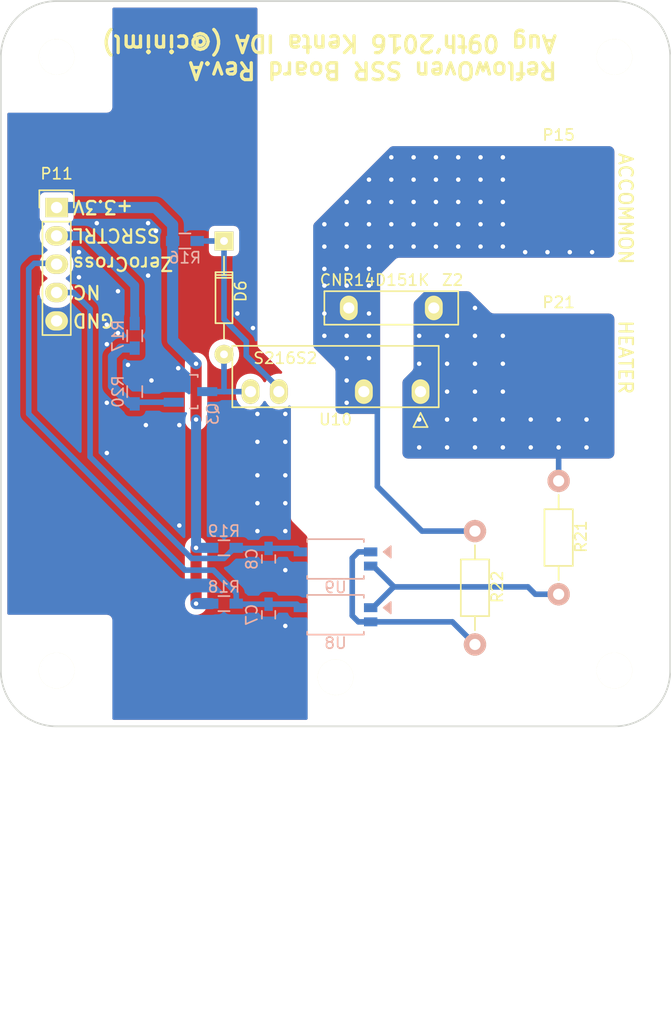
<source format=kicad_pcb>
(kicad_pcb (version 4) (host pcbnew 4.0.1-stable)

  (general
    (links 157)
    (no_connects 2)
    (area 43.924999 84.924999 104.075001 150.075001)
    (thickness 1.6)
    (drawings 21)
    (tracks 341)
    (zones 0)
    (modules 22)
    (nets 13)
  )

  (page A4)
  (layers
    (0 F.Cu signal)
    (31 B.Cu signal)
    (32 B.Adhes user)
    (33 F.Adhes user)
    (34 B.Paste user)
    (35 F.Paste user)
    (36 B.SilkS user)
    (37 F.SilkS user)
    (38 B.Mask user)
    (39 F.Mask user)
    (40 Dwgs.User user)
    (41 Cmts.User user)
    (42 Eco1.User user)
    (43 Eco2.User user)
    (44 Edge.Cuts user)
    (45 Margin user)
    (46 B.CrtYd user)
    (47 F.CrtYd user)
    (48 B.Fab user)
    (49 F.Fab user)
  )

  (setup
    (last_trace_width 0.25)
    (user_trace_width 1)
    (trace_clearance 0.2)
    (zone_clearance 0.6)
    (zone_45_only no)
    (trace_min 0.2)
    (segment_width 0.2)
    (edge_width 0.15)
    (via_size 0.6)
    (via_drill 0.4)
    (via_min_size 0.4)
    (via_min_drill 0.3)
    (uvia_size 0.3)
    (uvia_drill 0.1)
    (uvias_allowed no)
    (uvia_min_size 0.2)
    (uvia_min_drill 0.1)
    (pcb_text_width 0.3)
    (pcb_text_size 1.5 1.5)
    (mod_edge_width 0.15)
    (mod_text_size 1 1)
    (mod_text_width 0.15)
    (pad_size 0.70104 2.5019)
    (pad_drill 0)
    (pad_to_mask_clearance 0.2)
    (aux_axis_origin 44 150)
    (grid_origin 44 150)
    (visible_elements 7FFFFFFF)
    (pcbplotparams
      (layerselection 0x010f0_80000001)
      (usegerberextensions true)
      (excludeedgelayer true)
      (linewidth 0.100000)
      (plotframeref false)
      (viasonmask false)
      (mode 1)
      (useauxorigin true)
      (hpglpennumber 1)
      (hpglpenspeed 20)
      (hpglpendiameter 15)
      (hpglpenoverlay 2)
      (psnegative false)
      (psa4output false)
      (plotreference false)
      (plotvalue false)
      (plotinvisibletext false)
      (padsonsilk false)
      (subtractmaskfromsilk false)
      (outputformat 1)
      (mirror false)
      (drillshape 0)
      (scaleselection 1)
      (outputdirectory Gerber_HeaterDriver))
  )

  (net 0 "")
  (net 1 /HEATERDRIVER2/ZC_OUT_A)
  (net 2 /HEATERDRIVER2/GND_LOGIC)
  (net 3 /HEATERDRIVER2/ZC_OUT_B)
  (net 4 "Net-(D6-Pad2)")
  (net 5 "Net-(D6-Pad1)")
  (net 6 /HEATERDRIVER2/VDD_LOGIC)
  (net 7 /HEATERDRIVER2/SSR_CTRL)
  (net 8 /HEATERDRIVER2/HEATER)
  (net 9 "Net-(Q3-Pad1)")
  (net 10 "Net-(R21-Pad2)")
  (net 11 "Net-(R22-Pad2)")
  (net 12 /HEATERDRIVER2/AC_COMMON)

  (net_class Default "これは標準のネット クラスです。"
    (clearance 0.2)
    (trace_width 0.25)
    (via_dia 0.6)
    (via_drill 0.4)
    (uvia_dia 0.3)
    (uvia_drill 0.1)
    (add_net +3V3)
    (add_net +5V)
    (add_net /Buzzar)
    (add_net /CS0)
    (add_net /CS1)
    (add_net /HEATERDRIVER2/AC_COMMON)
    (add_net /HEATERDRIVER2/GND_LOGIC)
    (add_net /HEATERDRIVER2/HEATER)
    (add_net /HEATERDRIVER2/SSR_CTRL)
    (add_net /HEATERDRIVER2/VDD_LOGIC)
    (add_net /HEATERDRIVER2/ZC_OUT_A)
    (add_net /HEATERDRIVER2/ZC_OUT_B)
    (add_net /LedBlue)
    (add_net /LedGreen)
    (add_net /LedRed)
    (add_net /MISO)
    (add_net /SCK)
    (add_net /SSRCtrl0)
    (add_net /SSRCtrl1)
    (add_net /ZeroCross0)
    (add_net /ZeroCross1)
    (add_net GND)
    (add_net "Net-(CON1-Pad1)")
    (add_net "Net-(CON1-Pad3)")
    (add_net "Net-(D1-Pad1)")
    (add_net "Net-(D2-Pad1)")
    (add_net "Net-(D2-Pad2)")
    (add_net "Net-(D3-Pad2)")
    (add_net "Net-(D4-Pad2)")
    (add_net "Net-(D6-Pad1)")
    (add_net "Net-(D6-Pad2)")
    (add_net "Net-(F2-Pad1)")
    (add_net "Net-(F2-Pad2)")
    (add_net "Net-(P1-Pad1)")
    (add_net "Net-(P1-Pad3)")
    (add_net "Net-(P1-Pad4)")
    (add_net "Net-(P1-Pad5)")
    (add_net "Net-(P12-Pad2)")
    (add_net "Net-(P17-Pad1)")
    (add_net "Net-(P17-Pad2)")
    (add_net "Net-(P17-Pad3)")
    (add_net "Net-(P2-Pad1)")
    (add_net "Net-(P2-Pad2)")
    (add_net "Net-(P2-Pad3)")
    (add_net "Net-(P2-Pad4)")
    (add_net "Net-(P2-Pad5)")
    (add_net "Net-(P2-Pad6)")
    (add_net "Net-(P2-Pad7)")
    (add_net "Net-(P22-Pad1)")
    (add_net "Net-(P3-Pad1)")
    (add_net "Net-(P3-Pad2)")
    (add_net "Net-(P4-Pad1)")
    (add_net "Net-(P4-Pad2)")
    (add_net "Net-(P4-Pad3)")
    (add_net "Net-(P4-Pad4)")
    (add_net "Net-(P4-Pad5)")
    (add_net "Net-(P4-Pad6)")
    (add_net "Net-(P4-Pad7)")
    (add_net "Net-(P4-Pad8)")
    (add_net "Net-(P5-Pad1)")
    (add_net "Net-(P5-Pad2)")
    (add_net "Net-(P6-Pad+)")
    (add_net "Net-(P6-Pad-)")
    (add_net "Net-(P7-Pad+)")
    (add_net "Net-(P7-Pad-)")
    (add_net "Net-(P8-Pad4)")
    (add_net "Net-(P9-Pad4)")
    (add_net "Net-(Q1-Pad1)")
    (add_net "Net-(Q3-Pad1)")
    (add_net "Net-(R1-Pad2)")
    (add_net "Net-(R21-Pad2)")
    (add_net "Net-(R22-Pad2)")
    (add_net "Net-(U1-Pad0.4)")
    (add_net "Net-(U1-Pad0.5)")
    (add_net "Net-(U1-Pad1.4)")
    (add_net "Net-(U1-PadVDDA)")
    (add_net "Net-(U1-PadVREF)")
    (add_net "Net-(U2-Pad8)")
    (add_net "Net-(U3-Pad8)")
    (add_net "Net-(U4-Pad3)")
  )

  (module Mounting_Holes:MountingHole_3.2mm_M3 (layer F.Cu) (tedit 57A61006) (tstamp 57A68061)
    (at 49 90 180)
    (descr "Mounting Hole 3.2mm, no annular, M3")
    (tags "mounting hole 3.2mm no annular m3")
    (fp_text reference REF** (at 0 0 180) (layer F.SilkS) hide
      (effects (font (size 1 1) (thickness 0.15)))
    )
    (fp_text value MountingHole_3.2mm_M3 (at 0 0 180) (layer F.Fab) hide
      (effects (font (size 1 1) (thickness 0.15)))
    )
    (fp_circle (center 0 0) (end 3.2 0) (layer Cmts.User) (width 0.15))
    (fp_circle (center 0 0) (end 3.45 0) (layer F.CrtYd) (width 0.05))
    (pad 1 np_thru_hole circle (at 0 0 180) (size 3.2 3.2) (drill 3.2) (layers *.Cu *.Mask F.SilkS))
  )

  (module Mounting_Holes:MountingHole_3.2mm_M3 (layer F.Cu) (tedit 57A61006) (tstamp 57A6805D)
    (at 99 90 180)
    (descr "Mounting Hole 3.2mm, no annular, M3")
    (tags "mounting hole 3.2mm no annular m3")
    (fp_text reference REF** (at 0 0 180) (layer F.SilkS) hide
      (effects (font (size 1 1) (thickness 0.15)))
    )
    (fp_text value MountingHole_3.2mm_M3 (at 0 0 180) (layer F.Fab) hide
      (effects (font (size 1 1) (thickness 0.15)))
    )
    (fp_circle (center 0 0) (end 3.2 0) (layer Cmts.User) (width 0.15))
    (fp_circle (center 0 0) (end 3.45 0) (layer F.CrtYd) (width 0.05))
    (pad 1 np_thru_hole circle (at 0 0 180) (size 3.2 3.2) (drill 3.2) (layers *.Cu *.Mask F.SilkS))
  )

  (module Mounting_Holes:MountingHole_3.2mm_M3 (layer F.Cu) (tedit 57A61006) (tstamp 57A68059)
    (at 99 145 180)
    (descr "Mounting Hole 3.2mm, no annular, M3")
    (tags "mounting hole 3.2mm no annular m3")
    (fp_text reference REF** (at 0 0 180) (layer F.SilkS) hide
      (effects (font (size 1 1) (thickness 0.15)))
    )
    (fp_text value MountingHole_3.2mm_M3 (at 0 0 180) (layer F.Fab) hide
      (effects (font (size 1 1) (thickness 0.15)))
    )
    (fp_circle (center 0 0) (end 3.2 0) (layer Cmts.User) (width 0.15))
    (fp_circle (center 0 0) (end 3.45 0) (layer F.CrtYd) (width 0.05))
    (pad 1 np_thru_hole circle (at 0 0 180) (size 3.2 3.2) (drill 3.2) (layers *.Cu *.Mask F.SilkS))
  )

  (module Capacitors_SMD:C_0603_HandSoldering (layer B.Cu) (tedit 57A77C22) (tstamp 579F6F99)
    (at 68 140 270)
    (descr "Capacitor SMD 0603, hand soldering")
    (tags "capacitor 0603")
    (path /577C5BB5/577C2A05)
    (attr smd)
    (fp_text reference C7 (at 0 1.5 270) (layer B.SilkS)
      (effects (font (size 1 1) (thickness 0.15)) (justify mirror))
    )
    (fp_text value 100n (at 0 0 270) (layer B.Fab) hide
      (effects (font (size 1 1) (thickness 0.15)) (justify mirror))
    )
    (fp_line (start -1.85 0.75) (end 1.85 0.75) (layer B.CrtYd) (width 0.05))
    (fp_line (start -1.85 -0.75) (end 1.85 -0.75) (layer B.CrtYd) (width 0.05))
    (fp_line (start -1.85 0.75) (end -1.85 -0.75) (layer B.CrtYd) (width 0.05))
    (fp_line (start 1.85 0.75) (end 1.85 -0.75) (layer B.CrtYd) (width 0.05))
    (fp_line (start -0.35 0.6) (end 0.35 0.6) (layer B.SilkS) (width 0.15))
    (fp_line (start 0.35 -0.6) (end -0.35 -0.6) (layer B.SilkS) (width 0.15))
    (pad 1 smd rect (at -0.95 0 270) (size 1.2 0.75) (layers B.Cu B.Paste B.Mask)
      (net 1 /HEATERDRIVER2/ZC_OUT_A))
    (pad 2 smd rect (at 0.95 0 270) (size 1.2 0.75) (layers B.Cu B.Paste B.Mask)
      (net 2 /HEATERDRIVER2/GND_LOGIC))
    (model Capacitors_SMD.3dshapes/C_0603_HandSoldering.wrl
      (at (xyz 0 0 0))
      (scale (xyz 1 1 1))
      (rotate (xyz 0 0 0))
    )
  )

  (module Capacitors_SMD:C_0603_HandSoldering (layer B.Cu) (tedit 57A77C1C) (tstamp 579F6FA5)
    (at 68 135 270)
    (descr "Capacitor SMD 0603, hand soldering")
    (tags "capacitor 0603")
    (path /577C5BB5/577C28AA)
    (attr smd)
    (fp_text reference C8 (at 0 1.5 270) (layer B.SilkS)
      (effects (font (size 1 1) (thickness 0.15)) (justify mirror))
    )
    (fp_text value 100n (at 0 0 270) (layer B.Fab) hide
      (effects (font (size 1 1) (thickness 0.15)) (justify mirror))
    )
    (fp_line (start -1.85 0.75) (end 1.85 0.75) (layer B.CrtYd) (width 0.05))
    (fp_line (start -1.85 -0.75) (end 1.85 -0.75) (layer B.CrtYd) (width 0.05))
    (fp_line (start -1.85 0.75) (end -1.85 -0.75) (layer B.CrtYd) (width 0.05))
    (fp_line (start 1.85 0.75) (end 1.85 -0.75) (layer B.CrtYd) (width 0.05))
    (fp_line (start -0.35 0.6) (end 0.35 0.6) (layer B.SilkS) (width 0.15))
    (fp_line (start 0.35 -0.6) (end -0.35 -0.6) (layer B.SilkS) (width 0.15))
    (pad 1 smd rect (at -0.95 0 270) (size 1.2 0.75) (layers B.Cu B.Paste B.Mask)
      (net 3 /HEATERDRIVER2/ZC_OUT_B))
    (pad 2 smd rect (at 0.95 0 270) (size 1.2 0.75) (layers B.Cu B.Paste B.Mask)
      (net 2 /HEATERDRIVER2/GND_LOGIC))
    (model Capacitors_SMD.3dshapes/C_0603_HandSoldering.wrl
      (at (xyz 0 0 0))
      (scale (xyz 1 1 1))
      (rotate (xyz 0 0 0))
    )
  )

  (module Diodes_ThroughHole:Diode_DO-35_SOD27_Horizontal_RM10 (layer F.Cu) (tedit 57A77B08) (tstamp 579F7011)
    (at 64.00254 106.49948 270)
    (descr "Diode, DO-35,  SOD27, Horizontal, RM 10mm")
    (tags "Diode, DO-35, SOD27, Horizontal, RM 10mm, 1N4148,")
    (path /577C5BB5/538A2693)
    (fp_text reference D6 (at 4.50052 -1.49746 270) (layer F.SilkS)
      (effects (font (size 1 1) (thickness 0.15)))
    )
    (fp_text value 1N4148 (at 4.50052 0.00254 270) (layer F.Fab) hide
      (effects (font (size 1 1) (thickness 0.15)))
    )
    (fp_line (start 7.36652 -0.00254) (end 8.76352 -0.00254) (layer F.SilkS) (width 0.15))
    (fp_line (start 2.92152 -0.00254) (end 1.39752 -0.00254) (layer F.SilkS) (width 0.15))
    (fp_line (start 3.30252 -0.76454) (end 3.30252 0.75946) (layer F.SilkS) (width 0.15))
    (fp_line (start 3.04852 -0.76454) (end 3.04852 0.75946) (layer F.SilkS) (width 0.15))
    (fp_line (start 2.79452 -0.00254) (end 2.79452 0.75946) (layer F.SilkS) (width 0.15))
    (fp_line (start 2.79452 0.75946) (end 7.36652 0.75946) (layer F.SilkS) (width 0.15))
    (fp_line (start 7.36652 0.75946) (end 7.36652 -0.76454) (layer F.SilkS) (width 0.15))
    (fp_line (start 7.36652 -0.76454) (end 2.79452 -0.76454) (layer F.SilkS) (width 0.15))
    (fp_line (start 2.79452 -0.76454) (end 2.79452 -0.00254) (layer F.SilkS) (width 0.15))
    (pad 2 thru_hole circle (at 10.16052 -0.00254 90) (size 1.69926 1.69926) (drill 0.70104) (layers *.Cu *.Mask F.SilkS)
      (net 4 "Net-(D6-Pad2)"))
    (pad 1 thru_hole rect (at 0.00052 -0.00254 90) (size 1.69926 1.69926) (drill 0.70104) (layers *.Cu *.Mask F.SilkS)
      (net 5 "Net-(D6-Pad1)"))
    (model Diodes_ThroughHole.3dshapes/Diode_DO-35_SOD27_Horizontal_RM10.wrl
      (at (xyz 0.2 0 0))
      (scale (xyz 0.4 0.4 0.4))
      (rotate (xyz 0 0 180))
    )
  )

  (module Pin_Headers:Pin_Header_Straight_1x05 (layer F.Cu) (tedit 57A77AA4) (tstamp 579F70F4)
    (at 49 103.5)
    (descr "Through hole pin header")
    (tags "pin header")
    (path /577FAF7C)
    (fp_text reference P11 (at 0 -3.03) (layer F.SilkS)
      (effects (font (size 1 1) (thickness 0.15)))
    )
    (fp_text value CONN_01X05 (at 0 -3.1) (layer F.Fab) hide
      (effects (font (size 1 1) (thickness 0.15)))
    )
    (fp_line (start -1.55 0) (end -1.55 -1.55) (layer F.SilkS) (width 0.15))
    (fp_line (start -1.55 -1.55) (end 1.55 -1.55) (layer F.SilkS) (width 0.15))
    (fp_line (start 1.55 -1.55) (end 1.55 0) (layer F.SilkS) (width 0.15))
    (fp_line (start -1.75 -1.75) (end -1.75 11.95) (layer F.CrtYd) (width 0.05))
    (fp_line (start 1.75 -1.75) (end 1.75 11.95) (layer F.CrtYd) (width 0.05))
    (fp_line (start -1.75 -1.75) (end 1.75 -1.75) (layer F.CrtYd) (width 0.05))
    (fp_line (start -1.75 11.95) (end 1.75 11.95) (layer F.CrtYd) (width 0.05))
    (fp_line (start 1.27 1.27) (end 1.27 11.43) (layer F.SilkS) (width 0.15))
    (fp_line (start 1.27 11.43) (end -1.27 11.43) (layer F.SilkS) (width 0.15))
    (fp_line (start -1.27 11.43) (end -1.27 1.27) (layer F.SilkS) (width 0.15))
    (fp_line (start 1.27 1.27) (end -1.27 1.27) (layer F.SilkS) (width 0.15))
    (pad 1 thru_hole rect (at 0 0) (size 2.032 1.7272) (drill 1.016) (layers *.Cu *.Mask F.SilkS)
      (net 6 /HEATERDRIVER2/VDD_LOGIC))
    (pad 2 thru_hole oval (at 0 2.54) (size 2.032 1.7272) (drill 1.016) (layers *.Cu *.Mask F.SilkS)
      (net 7 /HEATERDRIVER2/SSR_CTRL))
    (pad 3 thru_hole oval (at 0 5.08) (size 2.032 1.7272) (drill 1.016) (layers *.Cu *.Mask F.SilkS)
      (net 1 /HEATERDRIVER2/ZC_OUT_A))
    (pad 4 thru_hole oval (at 0 7.62) (size 2.032 1.7272) (drill 1.016) (layers *.Cu *.Mask F.SilkS)
      (net 3 /HEATERDRIVER2/ZC_OUT_B))
    (pad 5 thru_hole oval (at 0 10.16) (size 2.032 1.7272) (drill 1.016) (layers *.Cu *.Mask F.SilkS)
      (net 2 /HEATERDRIVER2/GND_LOGIC))
    (model Pin_Headers.3dshapes/Pin_Header_Straight_1x05.wrl
      (at (xyz 0 -0.2 0))
      (scale (xyz 1 1 1))
      (rotate (xyz 0 0 90))
    )
  )

  (module akiduki_terminal:PV-3 (layer F.Cu) (tedit 578FBE8D) (tstamp 579F716D)
    (at 94 117.5 180)
    (tags SMD,TERMINAL)
    (path /577F8D0C)
    (fp_text reference P21 (at 0 5.5 180) (layer F.SilkS)
      (effects (font (size 1 1) (thickness 0.15)))
    )
    (fp_text value PV-3 (at 0 -2.5 180) (layer F.Fab)
      (effects (font (size 1 1) (thickness 0.15)))
    )
    (fp_circle (center 0 0) (end 1.5 0) (layer F.Fab) (width 0.15))
    (fp_circle (center 0 0) (end 1 0) (layer F.Fab) (width 0.15))
    (fp_line (start -3.5 -3.5) (end -3.5 3.5) (layer F.Fab) (width 0.15))
    (fp_line (start 3.5 -3.5) (end -3.5 -3.5) (layer F.Fab) (width 0.15))
    (fp_line (start 3.5 3.5) (end 3.5 -3.5) (layer F.Fab) (width 0.15))
    (fp_line (start -3.5 3.5) (end 3.5 3.5) (layer F.Fab) (width 0.15))
    (pad 1 smd rect (at 0 0 180) (size 8 8) (layers F.Cu F.Paste F.Mask)
      (net 8 /HEATERDRIVER2/HEATER))
  )

  (module TO_SOT_Packages_SMD:SOT-23_Handsoldering (layer B.Cu) (tedit 57A77BFA) (tstamp 579F718E)
    (at 61 120 90)
    (descr "SOT-23, Handsoldering")
    (tags SOT-23)
    (path /577C5BB5/538A2687)
    (attr smd)
    (fp_text reference Q3 (at -2 2 90) (layer B.SilkS)
      (effects (font (size 1 1) (thickness 0.15)) (justify mirror))
    )
    (fp_text value IRLML6344TRPBF (at 0 0 90) (layer B.Fab) hide
      (effects (font (size 1 1) (thickness 0.15)) (justify mirror))
    )
    (fp_line (start -1.49982 -0.0508) (end -1.49982 0.65024) (layer B.SilkS) (width 0.15))
    (fp_line (start -1.49982 0.65024) (end -1.2509 0.65024) (layer B.SilkS) (width 0.15))
    (fp_line (start 1.29916 0.65024) (end 1.49982 0.65024) (layer B.SilkS) (width 0.15))
    (fp_line (start 1.49982 0.65024) (end 1.49982 -0.0508) (layer B.SilkS) (width 0.15))
    (pad 1 smd rect (at -0.95 -1.50114 90) (size 0.8001 1.80086) (layers B.Cu B.Paste B.Mask)
      (net 9 "Net-(Q3-Pad1)"))
    (pad 2 smd rect (at 0.95 -1.50114 90) (size 0.8001 1.80086) (layers B.Cu B.Paste B.Mask)
      (net 2 /HEATERDRIVER2/GND_LOGIC))
    (pad 3 smd rect (at 0 1.50114 90) (size 0.8001 1.80086) (layers B.Cu B.Paste B.Mask)
      (net 4 "Net-(D6-Pad2)"))
    (model TO_SOT_Packages_SMD.3dshapes/SOT-23_Handsoldering.wrl
      (at (xyz 0 0 0))
      (scale (xyz 1 1 1))
      (rotate (xyz 0 0 0))
    )
  )

  (module Resistors_SMD:R_0603_HandSoldering (layer B.Cu) (tedit 57A77C0A) (tstamp 579F7256)
    (at 60.5 106.5)
    (descr "Resistor SMD 0603, hand soldering")
    (tags "resistor 0603")
    (path /577C5BB5/538A269F)
    (attr smd)
    (fp_text reference R16 (at 0 1.5) (layer B.SilkS)
      (effects (font (size 1 1) (thickness 0.15)) (justify mirror))
    )
    (fp_text value 200 (at 0 0) (layer B.Fab) hide
      (effects (font (size 1 1) (thickness 0.15)) (justify mirror))
    )
    (fp_line (start -2 0.8) (end 2 0.8) (layer B.CrtYd) (width 0.05))
    (fp_line (start -2 -0.8) (end 2 -0.8) (layer B.CrtYd) (width 0.05))
    (fp_line (start -2 0.8) (end -2 -0.8) (layer B.CrtYd) (width 0.05))
    (fp_line (start 2 0.8) (end 2 -0.8) (layer B.CrtYd) (width 0.05))
    (fp_line (start 0.5 -0.675) (end -0.5 -0.675) (layer B.SilkS) (width 0.15))
    (fp_line (start -0.5 0.675) (end 0.5 0.675) (layer B.SilkS) (width 0.15))
    (pad 1 smd rect (at -1.1 0) (size 1.2 0.9) (layers B.Cu B.Paste B.Mask)
      (net 6 /HEATERDRIVER2/VDD_LOGIC))
    (pad 2 smd rect (at 1.1 0) (size 1.2 0.9) (layers B.Cu B.Paste B.Mask)
      (net 5 "Net-(D6-Pad1)"))
    (model Resistors_SMD.3dshapes/R_0603_HandSoldering.wrl
      (at (xyz 0 0 0))
      (scale (xyz 1 1 1))
      (rotate (xyz 0 0 0))
    )
  )

  (module Resistors_SMD:R_0603_HandSoldering (layer B.Cu) (tedit 57A77BE0) (tstamp 579F7262)
    (at 56 115 270)
    (descr "Resistor SMD 0603, hand soldering")
    (tags "resistor 0603")
    (path /577C5BB5/538A268D)
    (attr smd)
    (fp_text reference R17 (at 0 1.5 270) (layer B.SilkS)
      (effects (font (size 1 1) (thickness 0.15)) (justify mirror))
    )
    (fp_text value 100 (at 0 0 270) (layer B.Fab) hide
      (effects (font (size 1 1) (thickness 0.15)) (justify mirror))
    )
    (fp_line (start -2 0.8) (end 2 0.8) (layer B.CrtYd) (width 0.05))
    (fp_line (start -2 -0.8) (end 2 -0.8) (layer B.CrtYd) (width 0.05))
    (fp_line (start -2 0.8) (end -2 -0.8) (layer B.CrtYd) (width 0.05))
    (fp_line (start 2 0.8) (end 2 -0.8) (layer B.CrtYd) (width 0.05))
    (fp_line (start 0.5 -0.675) (end -0.5 -0.675) (layer B.SilkS) (width 0.15))
    (fp_line (start -0.5 0.675) (end 0.5 0.675) (layer B.SilkS) (width 0.15))
    (pad 1 smd rect (at -1.1 0 270) (size 1.2 0.9) (layers B.Cu B.Paste B.Mask)
      (net 7 /HEATERDRIVER2/SSR_CTRL))
    (pad 2 smd rect (at 1.1 0 270) (size 1.2 0.9) (layers B.Cu B.Paste B.Mask)
      (net 9 "Net-(Q3-Pad1)"))
    (model Resistors_SMD.3dshapes/R_0603_HandSoldering.wrl
      (at (xyz 0 0 0))
      (scale (xyz 1 1 1))
      (rotate (xyz 0 0 0))
    )
  )

  (module Resistors_SMD:R_0603_HandSoldering (layer B.Cu) (tedit 57A77C26) (tstamp 579F726E)
    (at 64 139 180)
    (descr "Resistor SMD 0603, hand soldering")
    (tags "resistor 0603")
    (path /577C5BB5/577C1BC0)
    (attr smd)
    (fp_text reference R18 (at 0 1.5 180) (layer B.SilkS)
      (effects (font (size 1 1) (thickness 0.15)) (justify mirror))
    )
    (fp_text value 1k (at 0 0 180) (layer B.Fab) hide
      (effects (font (size 1 1) (thickness 0.15)) (justify mirror))
    )
    (fp_line (start -2 0.8) (end 2 0.8) (layer B.CrtYd) (width 0.05))
    (fp_line (start -2 -0.8) (end 2 -0.8) (layer B.CrtYd) (width 0.05))
    (fp_line (start -2 0.8) (end -2 -0.8) (layer B.CrtYd) (width 0.05))
    (fp_line (start 2 0.8) (end 2 -0.8) (layer B.CrtYd) (width 0.05))
    (fp_line (start 0.5 -0.675) (end -0.5 -0.675) (layer B.SilkS) (width 0.15))
    (fp_line (start -0.5 0.675) (end 0.5 0.675) (layer B.SilkS) (width 0.15))
    (pad 1 smd rect (at -1.1 0 180) (size 1.2 0.9) (layers B.Cu B.Paste B.Mask)
      (net 1 /HEATERDRIVER2/ZC_OUT_A))
    (pad 2 smd rect (at 1.1 0 180) (size 1.2 0.9) (layers B.Cu B.Paste B.Mask)
      (net 6 /HEATERDRIVER2/VDD_LOGIC))
    (model Resistors_SMD.3dshapes/R_0603_HandSoldering.wrl
      (at (xyz 0 0 0))
      (scale (xyz 1 1 1))
      (rotate (xyz 0 0 0))
    )
  )

  (module Resistors_SMD:R_0603_HandSoldering (layer B.Cu) (tedit 57A77C2A) (tstamp 579F727A)
    (at 64 134 180)
    (descr "Resistor SMD 0603, hand soldering")
    (tags "resistor 0603")
    (path /577C5BB5/577C1D19)
    (attr smd)
    (fp_text reference R19 (at 0 1.5 180) (layer B.SilkS)
      (effects (font (size 1 1) (thickness 0.15)) (justify mirror))
    )
    (fp_text value 1k (at 0 0 180) (layer B.Fab) hide
      (effects (font (size 1 1) (thickness 0.15)) (justify mirror))
    )
    (fp_line (start -2 0.8) (end 2 0.8) (layer B.CrtYd) (width 0.05))
    (fp_line (start -2 -0.8) (end 2 -0.8) (layer B.CrtYd) (width 0.05))
    (fp_line (start -2 0.8) (end -2 -0.8) (layer B.CrtYd) (width 0.05))
    (fp_line (start 2 0.8) (end 2 -0.8) (layer B.CrtYd) (width 0.05))
    (fp_line (start 0.5 -0.675) (end -0.5 -0.675) (layer B.SilkS) (width 0.15))
    (fp_line (start -0.5 0.675) (end 0.5 0.675) (layer B.SilkS) (width 0.15))
    (pad 1 smd rect (at -1.1 0 180) (size 1.2 0.9) (layers B.Cu B.Paste B.Mask)
      (net 3 /HEATERDRIVER2/ZC_OUT_B))
    (pad 2 smd rect (at 1.1 0 180) (size 1.2 0.9) (layers B.Cu B.Paste B.Mask)
      (net 6 /HEATERDRIVER2/VDD_LOGIC))
    (model Resistors_SMD.3dshapes/R_0603_HandSoldering.wrl
      (at (xyz 0 0 0))
      (scale (xyz 1 1 1))
      (rotate (xyz 0 0 0))
    )
  )

  (module Resistors_SMD:R_0603_HandSoldering (layer B.Cu) (tedit 57A77BF3) (tstamp 579F7286)
    (at 56 120 270)
    (descr "Resistor SMD 0603, hand soldering")
    (tags "resistor 0603")
    (path /577C5BB5/538A2699)
    (attr smd)
    (fp_text reference R20 (at 0 1.5 270) (layer B.SilkS)
      (effects (font (size 1 1) (thickness 0.15)) (justify mirror))
    )
    (fp_text value 10k (at 0 0 270) (layer B.Fab) hide
      (effects (font (size 1 1) (thickness 0.15)) (justify mirror))
    )
    (fp_line (start -2 0.8) (end 2 0.8) (layer B.CrtYd) (width 0.05))
    (fp_line (start -2 -0.8) (end 2 -0.8) (layer B.CrtYd) (width 0.05))
    (fp_line (start -2 0.8) (end -2 -0.8) (layer B.CrtYd) (width 0.05))
    (fp_line (start 2 0.8) (end 2 -0.8) (layer B.CrtYd) (width 0.05))
    (fp_line (start 0.5 -0.675) (end -0.5 -0.675) (layer B.SilkS) (width 0.15))
    (fp_line (start -0.5 0.675) (end 0.5 0.675) (layer B.SilkS) (width 0.15))
    (pad 1 smd rect (at -1.1 0 270) (size 1.2 0.9) (layers B.Cu B.Paste B.Mask)
      (net 2 /HEATERDRIVER2/GND_LOGIC))
    (pad 2 smd rect (at 1.1 0 270) (size 1.2 0.9) (layers B.Cu B.Paste B.Mask)
      (net 9 "Net-(Q3-Pad1)"))
    (model Resistors_SMD.3dshapes/R_0603_HandSoldering.wrl
      (at (xyz 0 0 0))
      (scale (xyz 1 1 1))
      (rotate (xyz 0 0 0))
    )
  )

  (module Resistors_ThroughHole:Resistor_Horizontal_RM10mm (layer F.Cu) (tedit 56648415) (tstamp 579F7296)
    (at 94 128 270)
    (descr "Resistor, Axial,  RM 10mm, 1/3W")
    (tags "Resistor Axial RM 10mm 1/3W")
    (path /577C5BB5/577C0C18)
    (fp_text reference R21 (at 5 -2 270) (layer F.SilkS)
      (effects (font (size 1 1) (thickness 0.15)))
    )
    (fp_text value "47k, 1/2" (at 5 0 270) (layer F.Fab)
      (effects (font (size 1 1) (thickness 0.15)))
    )
    (fp_line (start -1.25 -1.5) (end 11.4 -1.5) (layer F.CrtYd) (width 0.05))
    (fp_line (start -1.25 1.5) (end -1.25 -1.5) (layer F.CrtYd) (width 0.05))
    (fp_line (start 11.4 -1.5) (end 11.4 1.5) (layer F.CrtYd) (width 0.05))
    (fp_line (start -1.25 1.5) (end 11.4 1.5) (layer F.CrtYd) (width 0.05))
    (fp_line (start 2.54 -1.27) (end 7.62 -1.27) (layer F.SilkS) (width 0.15))
    (fp_line (start 7.62 -1.27) (end 7.62 1.27) (layer F.SilkS) (width 0.15))
    (fp_line (start 7.62 1.27) (end 2.54 1.27) (layer F.SilkS) (width 0.15))
    (fp_line (start 2.54 1.27) (end 2.54 -1.27) (layer F.SilkS) (width 0.15))
    (fp_line (start 2.54 0) (end 1.27 0) (layer F.SilkS) (width 0.15))
    (fp_line (start 7.62 0) (end 8.89 0) (layer F.SilkS) (width 0.15))
    (pad 1 thru_hole circle (at 0 0 270) (size 1.99898 1.99898) (drill 1.00076) (layers *.Cu *.SilkS *.Mask)
      (net 8 /HEATERDRIVER2/HEATER))
    (pad 2 thru_hole circle (at 10.16 0 270) (size 1.99898 1.99898) (drill 1.00076) (layers *.Cu *.SilkS *.Mask)
      (net 10 "Net-(R21-Pad2)"))
    (model Resistors_ThroughHole.3dshapes/Resistor_Horizontal_RM10mm.wrl
      (at (xyz 0.2 0 0))
      (scale (xyz 0.4 0.4 0.4))
      (rotate (xyz 0 0 0))
    )
  )

  (module Resistors_ThroughHole:Resistor_Horizontal_RM10mm (layer F.Cu) (tedit 56648415) (tstamp 579F72A6)
    (at 86.5 132.5 270)
    (descr "Resistor, Axial,  RM 10mm, 1/3W")
    (tags "Resistor Axial RM 10mm 1/3W")
    (path /577C5BB5/577C0DA5)
    (fp_text reference R22 (at 5 -2 270) (layer F.SilkS)
      (effects (font (size 1 1) (thickness 0.15)))
    )
    (fp_text value "47k, 1/2" (at 5.08 0 270) (layer F.Fab)
      (effects (font (size 1 1) (thickness 0.15)))
    )
    (fp_line (start -1.25 -1.5) (end 11.4 -1.5) (layer F.CrtYd) (width 0.05))
    (fp_line (start -1.25 1.5) (end -1.25 -1.5) (layer F.CrtYd) (width 0.05))
    (fp_line (start 11.4 -1.5) (end 11.4 1.5) (layer F.CrtYd) (width 0.05))
    (fp_line (start -1.25 1.5) (end 11.4 1.5) (layer F.CrtYd) (width 0.05))
    (fp_line (start 2.54 -1.27) (end 7.62 -1.27) (layer F.SilkS) (width 0.15))
    (fp_line (start 7.62 -1.27) (end 7.62 1.27) (layer F.SilkS) (width 0.15))
    (fp_line (start 7.62 1.27) (end 2.54 1.27) (layer F.SilkS) (width 0.15))
    (fp_line (start 2.54 1.27) (end 2.54 -1.27) (layer F.SilkS) (width 0.15))
    (fp_line (start 2.54 0) (end 1.27 0) (layer F.SilkS) (width 0.15))
    (fp_line (start 7.62 0) (end 8.89 0) (layer F.SilkS) (width 0.15))
    (pad 1 thru_hole circle (at 0 0 270) (size 1.99898 1.99898) (drill 1.00076) (layers *.Cu *.SilkS *.Mask)
      (net 12 /HEATERDRIVER2/AC_COMMON))
    (pad 2 thru_hole circle (at 10.16 0 270) (size 1.99898 1.99898) (drill 1.00076) (layers *.Cu *.SilkS *.Mask)
      (net 11 "Net-(R22-Pad2)"))
    (model Resistors_ThroughHole.3dshapes/Resistor_Horizontal_RM10mm.wrl
      (at (xyz 0.2 0 0))
      (scale (xyz 0.4 0.4 0.4))
      (rotate (xyz 0 0 0))
    )
  )

  (module akiduki_opto:SO4 (layer B.Cu) (tedit 57A77C17) (tstamp 579F73AC)
    (at 74 140 270)
    (path /577C5BB5/577C0917)
    (fp_text reference U8 (at 2.54 0 540) (layer B.SilkS)
      (effects (font (size 1 1) (thickness 0.15)) (justify mirror))
    )
    (fp_text value TLP291 (at 0 0 360) (layer B.Fab) hide
      (effects (font (size 1 1) (thickness 0.15)) (justify mirror))
    )
    (fp_line (start 1.778 -2.54) (end 1.524 -2.54) (layer B.SilkS) (width 0.15))
    (fp_line (start 1.778 2.54) (end 1.778 -2.54) (layer B.SilkS) (width 0.15))
    (fp_line (start 1.524 2.54) (end 1.778 2.54) (layer B.SilkS) (width 0.15))
    (fp_line (start -1.778 -2.54) (end -1.524 -2.54) (layer B.SilkS) (width 0.15))
    (fp_line (start -1.778 2.54) (end -1.778 -2.54) (layer B.SilkS) (width 0.15))
    (fp_line (start -1.524 2.54) (end -1.778 2.54) (layer B.SilkS) (width 0.15))
    (fp_line (start -0.508 -4.953) (end -0.635 -4.826) (layer B.SilkS) (width 0.15))
    (fp_line (start -0.635 -4.699) (end -0.508 -4.953) (layer B.SilkS) (width 0.15))
    (fp_line (start -0.762 -4.953) (end -0.635 -4.699) (layer B.SilkS) (width 0.15))
    (fp_line (start -0.635 -4.572) (end -0.889 -4.953) (layer B.SilkS) (width 0.15))
    (fp_line (start -0.381 -4.953) (end -0.635 -4.572) (layer B.SilkS) (width 0.15))
    (fp_line (start -0.635 -4.445) (end -0.254 -4.953) (layer B.SilkS) (width 0.15))
    (fp_line (start -0.635 -4.445) (end -1.016 -4.953) (layer B.SilkS) (width 0.15))
    (fp_line (start -0.127 -4.953) (end -0.635 -4.318) (layer B.SilkS) (width 0.15))
    (fp_line (start -1.143 -4.953) (end -0.127 -4.953) (layer B.SilkS) (width 0.15))
    (fp_line (start -0.635 -4.318) (end -1.143 -4.953) (layer B.SilkS) (width 0.15))
    (fp_line (start -1.3 -2.275) (end -1.3 2.275) (layer B.Fab) (width 0.15))
    (fp_line (start 1.3 -2.275) (end -1.3 -2.275) (layer B.Fab) (width 0.15))
    (fp_line (start 1.3 2.275) (end 1.3 -2.275) (layer B.Fab) (width 0.15))
    (fp_line (start -1.3 2.275) (end 1.3 2.275) (layer B.Fab) (width 0.15))
    (pad 1 smd rect (at -0.635 -3.15 270) (size 0.8 1.2) (layers B.Cu B.Paste B.Mask)
      (net 10 "Net-(R21-Pad2)"))
    (pad 2 smd rect (at 0.635 -3.15 270) (size 0.8 1.2) (layers B.Cu B.Paste B.Mask)
      (net 11 "Net-(R22-Pad2)"))
    (pad 3 smd rect (at 0.635 3.15 270) (size 0.8 1.2) (layers B.Cu B.Paste B.Mask)
      (net 2 /HEATERDRIVER2/GND_LOGIC))
    (pad 4 smd rect (at -0.635 3.15 270) (size 0.8 1.2) (layers B.Cu B.Paste B.Mask)
      (net 1 /HEATERDRIVER2/ZC_OUT_A))
  )

  (module akiduki_opto:SO4 (layer B.Cu) (tedit 57A77C14) (tstamp 579F73C8)
    (at 74 135 270)
    (path /577C5BB5/577C0BA1)
    (fp_text reference U9 (at 2.54 0 540) (layer B.SilkS)
      (effects (font (size 1 1) (thickness 0.15)) (justify mirror))
    )
    (fp_text value TLP291 (at 0 0 360) (layer B.Fab) hide
      (effects (font (size 1 1) (thickness 0.15)) (justify mirror))
    )
    (fp_line (start 1.778 -2.54) (end 1.524 -2.54) (layer B.SilkS) (width 0.15))
    (fp_line (start 1.778 2.54) (end 1.778 -2.54) (layer B.SilkS) (width 0.15))
    (fp_line (start 1.524 2.54) (end 1.778 2.54) (layer B.SilkS) (width 0.15))
    (fp_line (start -1.778 -2.54) (end -1.524 -2.54) (layer B.SilkS) (width 0.15))
    (fp_line (start -1.778 2.54) (end -1.778 -2.54) (layer B.SilkS) (width 0.15))
    (fp_line (start -1.524 2.54) (end -1.778 2.54) (layer B.SilkS) (width 0.15))
    (fp_line (start -0.508 -4.953) (end -0.635 -4.826) (layer B.SilkS) (width 0.15))
    (fp_line (start -0.635 -4.699) (end -0.508 -4.953) (layer B.SilkS) (width 0.15))
    (fp_line (start -0.762 -4.953) (end -0.635 -4.699) (layer B.SilkS) (width 0.15))
    (fp_line (start -0.635 -4.572) (end -0.889 -4.953) (layer B.SilkS) (width 0.15))
    (fp_line (start -0.381 -4.953) (end -0.635 -4.572) (layer B.SilkS) (width 0.15))
    (fp_line (start -0.635 -4.445) (end -0.254 -4.953) (layer B.SilkS) (width 0.15))
    (fp_line (start -0.635 -4.445) (end -1.016 -4.953) (layer B.SilkS) (width 0.15))
    (fp_line (start -0.127 -4.953) (end -0.635 -4.318) (layer B.SilkS) (width 0.15))
    (fp_line (start -1.143 -4.953) (end -0.127 -4.953) (layer B.SilkS) (width 0.15))
    (fp_line (start -0.635 -4.318) (end -1.143 -4.953) (layer B.SilkS) (width 0.15))
    (fp_line (start -1.3 -2.275) (end -1.3 2.275) (layer B.Fab) (width 0.15))
    (fp_line (start 1.3 -2.275) (end -1.3 -2.275) (layer B.Fab) (width 0.15))
    (fp_line (start 1.3 2.275) (end 1.3 -2.275) (layer B.Fab) (width 0.15))
    (fp_line (start -1.3 2.275) (end 1.3 2.275) (layer B.Fab) (width 0.15))
    (pad 1 smd rect (at -0.635 -3.15 270) (size 0.8 1.2) (layers B.Cu B.Paste B.Mask)
      (net 11 "Net-(R22-Pad2)"))
    (pad 2 smd rect (at 0.635 -3.15 270) (size 0.8 1.2) (layers B.Cu B.Paste B.Mask)
      (net 10 "Net-(R21-Pad2)"))
    (pad 3 smd rect (at 0.635 3.15 270) (size 0.8 1.2) (layers B.Cu B.Paste B.Mask)
      (net 2 /HEATERDRIVER2/GND_LOGIC))
    (pad 4 smd rect (at -0.635 3.15 270) (size 0.8 1.2) (layers B.Cu B.Paste B.Mask)
      (net 3 /HEATERDRIVER2/ZC_OUT_B))
  )

  (module akiduki_power:S216S02-BEND-HEATSINK (layer F.Cu) (tedit 539F2237) (tstamp 579F73E0)
    (at 74 120 180)
    (path /577C5BB5/538A26CC)
    (fp_text reference U10 (at 0 -2.5 180) (layer F.SilkS)
      (effects (font (size 1 1) (thickness 0.15)))
    )
    (fp_text value S216S2 (at 4.5 3 180) (layer F.SilkS)
      (effects (font (size 1 1) (thickness 0.15)))
    )
    (fp_line (start -27 -56.6) (end -27 -6.6) (layer Dwgs.User) (width 0.15))
    (fp_line (start 27 -56.6) (end 27 -6.6) (layer Dwgs.User) (width 0.15))
    (fp_line (start -27 -56.6) (end 27 -56.6) (layer Dwgs.User) (width 0.15))
    (fp_line (start -27 -6.6) (end 27 -6.6) (layer Dwgs.User) (width 0.15))
    (fp_line (start -9.25 0) (end 9.25 0) (layer Dwgs.User) (width 0.15))
    (fp_line (start -9.25 -28.8) (end 9.25 -28.8) (layer Dwgs.User) (width 0.15))
    (fp_line (start -9.25 0) (end -9.25 -28.8) (layer Dwgs.User) (width 0.15))
    (fp_line (start 9.25 0) (end 9.25 -28.8) (layer Dwgs.User) (width 0.15))
    (fp_line (start -7.62 -1.905) (end -6.985 -3.175) (layer F.SilkS) (width 0.15))
    (fp_line (start -6.985 -3.175) (end -8.255 -3.175) (layer F.SilkS) (width 0.15))
    (fp_line (start -8.255 -3.175) (end -7.62 -1.905) (layer F.SilkS) (width 0.15))
    (fp_line (start 9.25 -1.4) (end -9.25 -1.4) (layer F.SilkS) (width 0.15))
    (fp_line (start -9.25 -1.4) (end -9.25 4.1) (layer F.SilkS) (width 0.15))
    (fp_line (start -9.25 4.1) (end 9.25 4.1) (layer F.SilkS) (width 0.15))
    (fp_line (start 9.25 4.1) (end 9.25 -1.4) (layer F.SilkS) (width 0.15))
    (pad 2 thru_hole oval (at -2.54 0 180) (size 1.6 2.2) (drill 1) (layers *.Cu *.Mask F.SilkS)
      (net 12 /HEATERDRIVER2/AC_COMMON))
    (pad 1 thru_hole oval (at -7.62 0 180) (size 1.6 2.2) (drill 1) (layers *.Cu *.Mask F.SilkS)
      (net 8 /HEATERDRIVER2/HEATER))
    (pad 3 thru_hole oval (at 5.08 0 180) (size 1.6 2.2) (drill 1) (layers *.Cu *.Mask F.SilkS)
      (net 5 "Net-(D6-Pad1)"))
    (pad 4 thru_hole oval (at 7.62 0 180) (size 1.6 2.2) (drill 1) (layers *.Cu *.Mask F.SilkS)
      (net 4 "Net-(D6-Pad2)"))
    (pad "" np_thru_hole circle (at 0 -25.6 270) (size 3.2 3.2) (drill 3.2) (layers *.Cu *.Mask F.SilkS))
  )

  (module akiduki_power:CNR14D151K (layer F.Cu) (tedit 539C7216) (tstamp 579F73F4)
    (at 79 112.5)
    (path /577C5BB5/538A26D2)
    (fp_text reference Z2 (at 5.5 -2.5) (layer F.SilkS)
      (effects (font (size 1 1) (thickness 0.15)))
    )
    (fp_text value CNR14D151K (at -1.5 -2.5) (layer F.SilkS)
      (effects (font (size 1 1) (thickness 0.15)))
    )
    (fp_line (start -6 1.5) (end 6 1.5) (layer F.SilkS) (width 0.15))
    (fp_line (start 6 1.5) (end 6 -1.5) (layer F.SilkS) (width 0.15))
    (fp_line (start 6 -1.5) (end -6 -1.5) (layer F.SilkS) (width 0.15))
    (fp_line (start -6 -1.5) (end -6 1.5) (layer F.SilkS) (width 0.15))
    (pad 1 thru_hole oval (at -3.81 0) (size 1.6 2.2) (drill 1) (layers *.Cu *.Mask F.SilkS)
      (net 12 /HEATERDRIVER2/AC_COMMON))
    (pad 2 thru_hole oval (at 3.81 0) (size 1.6 2.2) (drill 1) (layers *.Cu *.Mask F.SilkS)
      (net 8 /HEATERDRIVER2/HEATER))
  )

  (module akiduki_terminal:PV-3 (layer F.Cu) (tedit 578FBE8D) (tstamp 57A0B10D)
    (at 94 102.5 180)
    (tags SMD,TERMINAL)
    (path /57A02210)
    (fp_text reference P15 (at 0 5.5 180) (layer F.SilkS)
      (effects (font (size 1 1) (thickness 0.15)))
    )
    (fp_text value PV-3 (at 0 -2.5 180) (layer F.Fab)
      (effects (font (size 1 1) (thickness 0.15)))
    )
    (fp_circle (center 0 0) (end 1.5 0) (layer F.Fab) (width 0.15))
    (fp_circle (center 0 0) (end 1 0) (layer F.Fab) (width 0.15))
    (fp_line (start -3.5 -3.5) (end -3.5 3.5) (layer F.Fab) (width 0.15))
    (fp_line (start 3.5 -3.5) (end -3.5 -3.5) (layer F.Fab) (width 0.15))
    (fp_line (start 3.5 3.5) (end 3.5 -3.5) (layer F.Fab) (width 0.15))
    (fp_line (start -3.5 3.5) (end 3.5 3.5) (layer F.Fab) (width 0.15))
    (pad 1 smd rect (at 0 0 180) (size 8 8) (layers F.Cu F.Paste F.Mask)
      (net 12 /HEATERDRIVER2/AC_COMMON))
  )

  (module Mounting_Holes:MountingHole_3.2mm_M3 (layer F.Cu) (tedit 57A61006) (tstamp 57A68051)
    (at 49 145 180)
    (descr "Mounting Hole 3.2mm, no annular, M3")
    (tags "mounting hole 3.2mm no annular m3")
    (fp_text reference REF** (at 0 0 180) (layer F.SilkS) hide
      (effects (font (size 1 1) (thickness 0.15)))
    )
    (fp_text value MountingHole_3.2mm_M3 (at 0 0 180) (layer F.Fab) hide
      (effects (font (size 1 1) (thickness 0.15)))
    )
    (fp_circle (center 0 0) (end 3.2 0) (layer Cmts.User) (width 0.15))
    (fp_circle (center 0 0) (end 3.45 0) (layer F.CrtYd) (width 0.05))
    (pad 1 np_thru_hole circle (at 0 0 180) (size 3.2 3.2) (drill 3.2) (layers *.Cu *.Mask F.SilkS))
  )

  (gr_text "ReflowOven SSR Board Rev.A\nAug 09th'2016 Kenta IDA (@ciniml)" (at 94 90 180) (layer F.SilkS)
    (effects (font (size 1.5 1.5) (thickness 0.3)) (justify left))
  )
  (gr_arc (start 49 145) (end 49 150) (angle 90) (layer Edge.Cuts) (width 0.15))
  (gr_arc (start 99 145) (end 104 145) (angle 90) (layer Edge.Cuts) (width 0.15))
  (gr_arc (start 99 90) (end 99 85) (angle 90) (layer Edge.Cuts) (width 0.15))
  (gr_arc (start 49 90) (end 44 90) (angle 90) (layer Edge.Cuts) (width 0.15))
  (gr_text SSRCTRL (at 50.34 105.995 180) (layer F.SilkS) (tstamp 57A77D38)
    (effects (font (size 1.2 1.2) (thickness 0.2)) (justify right))
  )
  (gr_text +3.3V (at 50.34 103.455 180) (layer F.SilkS) (tstamp 57A77D37)
    (effects (font (size 1.2 1.2) (thickness 0.2)) (justify right))
  )
  (gr_text ZeroCross (at 50.34 108.535 180) (layer F.SilkS) (tstamp 57A77D36)
    (effects (font (size 1.2 1.2) (thickness 0.2)) (justify right))
  )
  (gr_text NC (at 50.34 111.075 180) (layer F.SilkS) (tstamp 57A77D35)
    (effects (font (size 1.2 1.2) (thickness 0.2)) (justify right))
  )
  (gr_text GND (at 50.34 113.615 180) (layer F.SilkS) (tstamp 57A77D34)
    (effects (font (size 1.2 1.2) (thickness 0.2)) (justify right))
  )
  (gr_text ACCOMMON (at 100 98.5 270) (layer F.SilkS) (tstamp 57A77D31)
    (effects (font (size 1.2 1.2) (thickness 0.2)) (justify left))
  )
  (gr_text HEATER (at 100 113.5 270) (layer F.SilkS) (tstamp 57A77D2A)
    (effects (font (size 1.2 1.2) (thickness 0.2)) (justify left))
  )
  (gr_line (start 69 116) (end 69 85) (layer F.Fab) (width 0.2))
  (gr_line (start 72 119) (end 69 116) (layer F.Fab) (width 0.2))
  (gr_line (start 72 128) (end 72 119) (layer F.Fab) (width 0.2))
  (gr_line (start 74 130) (end 72 128) (layer F.Fab) (width 0.2))
  (gr_line (start 74 150) (end 74 130) (layer F.Fab) (width 0.2))
  (gr_line (start 104 90) (end 104 145) (layer Edge.Cuts) (width 0.15))
  (gr_line (start 49 85) (end 99 85) (layer Edge.Cuts) (width 0.15))
  (gr_line (start 44 145) (end 44 90) (layer Edge.Cuts) (width 0.15))
  (gr_line (start 99 150) (end 49 150) (layer Edge.Cuts) (width 0.15))

  (segment (start 65.1 139) (end 65.1 138.05) (width 0.5) (layer B.Cu) (net 1))
  (segment (start 65.1 138.05) (end 63.05 136) (width 0.5) (layer B.Cu) (net 1))
  (segment (start 47 108.5) (end 48.7676 108.5) (width 0.5) (layer B.Cu) (net 1))
  (segment (start 63.05 136) (end 60.5 136) (width 0.5) (layer B.Cu) (net 1))
  (segment (start 48.8476 108.58) (end 49 108.58) (width 0.5) (layer B.Cu) (net 1))
  (segment (start 60.5 136) (end 46.5 122) (width 0.5) (layer B.Cu) (net 1))
  (segment (start 46.5 122) (end 46.5 109) (width 0.5) (layer B.Cu) (net 1))
  (segment (start 46.5 109) (end 47 108.5) (width 0.5) (layer B.Cu) (net 1))
  (segment (start 48.7676 108.5) (end 48.8476 108.58) (width 0.5) (layer B.Cu) (net 1))
  (segment (start 68 139.05) (end 65.15 139.05) (width 0.5) (layer B.Cu) (net 1))
  (segment (start 65.15 139.05) (end 65.1 139) (width 0.5) (layer B.Cu) (net 1))
  (segment (start 68 139.05) (end 70.535 139.05) (width 0.5) (layer B.Cu) (net 1))
  (segment (start 70.535 139.05) (end 70.85 139.365) (width 0.5) (layer B.Cu) (net 1))
  (segment (start 66.6 114.3) (end 66.5 114.3) (width 0.25) (layer B.Cu) (net 2))
  (segment (start 66.5 114.3) (end 65.2 113) (width 0.25) (layer B.Cu) (net 2))
  (via (at 65.2 113) (size 0.6) (drill 0.4) (layers F.Cu B.Cu) (net 2))
  (segment (start 49 113.66) (end 65.96 113.66) (width 0.25) (layer F.Cu) (net 2))
  (segment (start 65.96 113.66) (end 66.6 114.3) (width 0.25) (layer F.Cu) (net 2))
  (via (at 66.6 114.3) (size 0.6) (drill 0.4) (layers F.Cu B.Cu) (net 2))
  (segment (start 55.4 117.6) (end 59.6 117.6) (width 0.25) (layer F.Cu) (net 2))
  (segment (start 59.6 117.6) (end 59.9 117.9) (width 0.25) (layer F.Cu) (net 2))
  (via (at 59.9 117.9) (size 0.6) (drill 0.4) (layers F.Cu B.Cu) (net 2))
  (segment (start 56.6 117.6) (end 55.4 117.6) (width 0.25) (layer B.Cu) (net 2))
  (via (at 55.4 117.6) (size 0.6) (drill 0.4) (layers F.Cu B.Cu) (net 2))
  (segment (start 57.2 117) (end 56.6 117.6) (width 0.25) (layer B.Cu) (net 2))
  (segment (start 57.2 109.6) (end 57.2 117) (width 0.25) (layer B.Cu) (net 2))
  (segment (start 52.6 104.9) (end 57.2 109.5) (width 0.25) (layer F.Cu) (net 2))
  (segment (start 57.2 109.5) (end 57.2 109.6) (width 0.25) (layer F.Cu) (net 2))
  (via (at 57.2 109.6) (size 0.6) (drill 0.4) (layers F.Cu B.Cu) (net 2))
  (segment (start 57.2 104.9) (end 52.6 104.9) (width 0.25) (layer B.Cu) (net 2))
  (via (at 52.6 104.9) (size 0.6) (drill 0.4) (layers F.Cu B.Cu) (net 2))
  (segment (start 57.9 105.6) (end 57.2 104.9) (width 0.25) (layer F.Cu) (net 2))
  (via (at 57.2 104.9) (size 0.6) (drill 0.4) (layers F.Cu B.Cu) (net 2))
  (segment (start 59.49886 119.05) (end 59.49886 118.39995) (width 0.25) (layer B.Cu) (net 2))
  (segment (start 59.49886 118.39995) (end 57.9 116.80109) (width 0.25) (layer B.Cu) (net 2))
  (segment (start 57.9 116.80109) (end 57.9 105.6) (width 0.25) (layer B.Cu) (net 2))
  (via (at 57.9 105.6) (size 0.6) (drill 0.4) (layers F.Cu B.Cu) (net 2))
  (segment (start 54.5 114.75) (end 53.5 115.75) (width 0.4) (layer B.Cu) (net 2))
  (via (at 53.5 115.75) (size 0.6) (drill 0.4) (layers F.Cu B.Cu) (net 2))
  (segment (start 54.5 111) (end 54.5 114.75) (width 0.4) (layer B.Cu) (net 2))
  (segment (start 53.5 114) (end 53.5 115.75) (width 0.5) (layer F.Cu) (net 2))
  (segment (start 53.5 115.75) (end 53.5 121) (width 0.5) (layer F.Cu) (net 2))
  (via (at 54.5 114.75) (size 0.6) (drill 0.4) (layers F.Cu B.Cu) (net 2))
  (segment (start 51 107.5) (end 54.5 111) (width 0.4) (layer F.Cu) (net 2))
  (via (at 54.5 111) (size 0.6) (drill 0.4) (layers F.Cu B.Cu) (net 2))
  (segment (start 51 109.75) (end 51 107.5) (width 0.4) (layer B.Cu) (net 2))
  (via (at 51 107.5) (size 0.6) (drill 0.4) (layers F.Cu B.Cu) (net 2))
  (segment (start 53.5 114) (end 53.5 112.25) (width 0.4) (layer F.Cu) (net 2))
  (segment (start 53.5 112.25) (end 51 109.75) (width 0.4) (layer F.Cu) (net 2))
  (via (at 51 109.75) (size 0.6) (drill 0.4) (layers F.Cu B.Cu) (net 2))
  (via (at 53.5 114) (size 0.6) (drill 0.4) (layers F.Cu B.Cu) (net 2))
  (segment (start 60 123) (end 57 123) (width 0.5) (layer F.Cu) (net 2))
  (via (at 57 123) (size 0.6) (drill 0.4) (layers F.Cu B.Cu) (net 2))
  (segment (start 60 132) (end 60 123) (width 0.5) (layer B.Cu) (net 2))
  (via (at 60 123) (size 0.6) (drill 0.4) (layers F.Cu B.Cu) (net 2))
  (segment (start 53.5 125.5) (end 60 132) (width 0.5) (layer F.Cu) (net 2))
  (via (at 60 132) (size 0.6) (drill 0.4) (layers F.Cu B.Cu) (net 2))
  (segment (start 53.5 121) (end 53.5 125.5) (width 0.5) (layer B.Cu) (net 2))
  (via (at 53.5 125.5) (size 0.6) (drill 0.4) (layers F.Cu B.Cu) (net 2))
  (via (at 53.5 121) (size 0.6) (drill 0.4) (layers F.Cu B.Cu) (net 2))
  (segment (start 49 113.66) (end 53.16 113.66) (width 0.5) (layer F.Cu) (net 2))
  (segment (start 53.16 113.66) (end 53.5 114) (width 0.5) (layer F.Cu) (net 2))
  (segment (start 67 130) (end 67 132.5) (width 0.5) (layer B.Cu) (net 2))
  (via (at 67 132.5) (size 0.6) (drill 0.4) (layers F.Cu B.Cu) (net 2))
  (segment (start 67 127.5) (end 67 130) (width 0.5) (layer F.Cu) (net 2))
  (via (at 67 130) (size 0.6) (drill 0.4) (layers F.Cu B.Cu) (net 2))
  (segment (start 67 124.5) (end 67 127.5) (width 0.5) (layer B.Cu) (net 2))
  (via (at 67 127.5) (size 0.6) (drill 0.4) (layers F.Cu B.Cu) (net 2))
  (segment (start 67 122) (end 67 124.5) (width 0.5) (layer F.Cu) (net 2))
  (via (at 67 124.5) (size 0.6) (drill 0.4) (layers F.Cu B.Cu) (net 2))
  (segment (start 69.5 122) (end 67 122) (width 0.5) (layer B.Cu) (net 2))
  (via (at 67 122) (size 0.6) (drill 0.4) (layers F.Cu B.Cu) (net 2))
  (segment (start 69.5 124.5) (end 69.5 122) (width 0.5) (layer F.Cu) (net 2))
  (via (at 69.5 122) (size 0.6) (drill 0.4) (layers F.Cu B.Cu) (net 2))
  (segment (start 69.5 127.5) (end 69.5 124.5) (width 0.5) (layer B.Cu) (net 2))
  (via (at 69.5 124.5) (size 0.6) (drill 0.4) (layers F.Cu B.Cu) (net 2))
  (segment (start 69.5 130) (end 69.5 127.5) (width 0.5) (layer F.Cu) (net 2))
  (via (at 69.5 127.5) (size 0.6) (drill 0.4) (layers F.Cu B.Cu) (net 2))
  (segment (start 69.5 132.5) (end 69.5 130) (width 0.5) (layer B.Cu) (net 2))
  (via (at 69.5 130) (size 0.6) (drill 0.4) (layers F.Cu B.Cu) (net 2))
  (segment (start 69.5 136) (end 69.5 132.5) (width 0.5) (layer F.Cu) (net 2))
  (via (at 69.5 132.5) (size 0.6) (drill 0.4) (layers F.Cu B.Cu) (net 2))
  (segment (start 56 118.9) (end 57.4 118.9) (width 0.5) (layer B.Cu) (net 2))
  (segment (start 57.4 118.9) (end 57.5 119) (width 0.5) (layer B.Cu) (net 2))
  (segment (start 59.49886 119.05) (end 57.55 119.05) (width 0.5) (layer B.Cu) (net 2))
  (segment (start 57.55 119.05) (end 57.5 119) (width 0.5) (layer B.Cu) (net 2))
  (via (at 57.5 119) (size 0.6) (drill 0.4) (layers F.Cu B.Cu) (net 2))
  (segment (start 70.85 140.635) (end 69.865 140.635) (width 0.5) (layer B.Cu) (net 2))
  (segment (start 69.865 140.635) (end 69.5 141) (width 0.5) (layer B.Cu) (net 2))
  (segment (start 68 140.95) (end 69.45 140.95) (width 0.5) (layer B.Cu) (net 2))
  (segment (start 69.45 140.95) (end 69.5 141) (width 0.5) (layer B.Cu) (net 2))
  (via (at 69.5 141) (size 0.6) (drill 0.4) (layers F.Cu B.Cu) (net 2))
  (segment (start 70.85 135.635) (end 69.865 135.635) (width 0.5) (layer B.Cu) (net 2))
  (segment (start 69.865 135.635) (end 69.5 136) (width 0.5) (layer B.Cu) (net 2))
  (segment (start 68 135.95) (end 69.45 135.95) (width 0.5) (layer B.Cu) (net 2))
  (segment (start 69.45 135.95) (end 69.5 136) (width 0.5) (layer B.Cu) (net 2))
  (via (at 69.5 136) (size 0.6) (drill 0.4) (layers F.Cu B.Cu) (net 2))
  (segment (start 49 111.12) (end 50.516 111.12) (width 0.5) (layer B.Cu) (net 3))
  (segment (start 50.516 111.12) (end 52 112.604) (width 0.5) (layer B.Cu) (net 3))
  (segment (start 52 112.604) (end 52 125.843517) (width 0.5) (layer B.Cu) (net 3))
  (segment (start 52 125.843517) (end 61.106483 134.95) (width 0.5) (layer B.Cu) (net 3))
  (segment (start 61.106483 134.95) (end 64 134.95) (width 0.5) (layer B.Cu) (net 3))
  (segment (start 64 134.95) (end 64.95 134) (width 0.5) (layer B.Cu) (net 3))
  (segment (start 64.95 134) (end 65.1 134) (width 0.5) (layer B.Cu) (net 3))
  (segment (start 68 134.05) (end 65.15 134.05) (width 0.5) (layer B.Cu) (net 3))
  (segment (start 65.15 134.05) (end 65.1 134) (width 0.5) (layer B.Cu) (net 3))
  (segment (start 68 134.05) (end 70.535 134.05) (width 0.5) (layer B.Cu) (net 3))
  (segment (start 70.535 134.05) (end 70.85 134.365) (width 0.5) (layer B.Cu) (net 3))
  (segment (start 64 120) (end 66.38 120) (width 0.5) (layer B.Cu) (net 4))
  (segment (start 62.50114 120) (end 64 120) (width 0.5) (layer B.Cu) (net 4))
  (segment (start 64 120) (end 64.00508 119.99492) (width 0.5) (layer B.Cu) (net 4))
  (segment (start 64.00508 116.66) (end 64.00508 119.99492) (width 0.5) (layer B.Cu) (net 4))
  (segment (start 64.00508 106.5) (end 61.6 106.5) (width 0.5) (layer B.Cu) (net 5))
  (segment (start 66 115.5) (end 64.00508 113.50508) (width 0.5) (layer B.Cu) (net 5))
  (segment (start 64.00508 113.50508) (end 64.00508 106.5) (width 0.5) (layer B.Cu) (net 5))
  (segment (start 66 116.78) (end 66 115.5) (width 0.5) (layer B.Cu) (net 5))
  (segment (start 68.92 120) (end 68.92 119.7) (width 0.5) (layer B.Cu) (net 5))
  (segment (start 68.92 119.7) (end 66 116.78) (width 0.5) (layer B.Cu) (net 5))
  (segment (start 61.5 134) (end 62.9 134) (width 0.9) (layer B.Cu) (net 6))
  (segment (start 61.5 139) (end 62.9 139) (width 1) (layer B.Cu) (net 6))
  (segment (start 61.5 134) (end 61.5 139) (width 1) (layer F.Cu) (net 6))
  (via (at 61.5 139) (size 0.6) (drill 0.4) (layers F.Cu B.Cu) (net 6))
  (segment (start 61.5 132.6) (end 61.5 134) (width 0.9) (layer B.Cu) (net 6))
  (via (at 61.5 134) (size 0.6) (drill 0.4) (layers F.Cu B.Cu) (net 6))
  (segment (start 61.5 122.5) (end 61.5 132.6) (width 0.9) (layer B.Cu) (net 6))
  (segment (start 61.5 117.5) (end 61.5 122.5) (width 1) (layer F.Cu) (net 6))
  (via (at 61.5 122.5) (size 0.6) (drill 0.4) (layers F.Cu B.Cu) (net 6))
  (segment (start 59.4 106.5) (end 59.4 115.4) (width 1) (layer B.Cu) (net 6))
  (segment (start 59.4 115.4) (end 61.5 117.5) (width 1) (layer B.Cu) (net 6))
  (via (at 61.5 117.5) (size 0.6) (drill 0.4) (layers F.Cu B.Cu) (net 6))
  (segment (start 49 103.5) (end 57.85 103.5) (width 1) (layer B.Cu) (net 6))
  (segment (start 57.85 103.5) (end 59.4 105.05) (width 1) (layer B.Cu) (net 6))
  (segment (start 59.4 105.05) (end 59.4 106.5) (width 1) (layer B.Cu) (net 6))
  (segment (start 56 113.9) (end 56 110.5) (width 0.8) (layer B.Cu) (net 7))
  (segment (start 56 110.5) (end 51.54 106.04) (width 0.8) (layer B.Cu) (net 7))
  (segment (start 51.54 106.04) (end 49 106.04) (width 0.8) (layer B.Cu) (net 7))
  (segment (start 94 125) (end 94 128) (width 0.5) (layer B.Cu) (net 8))
  (segment (start 91.5 122.5) (end 94 122.5) (width 0.25) (layer B.Cu) (net 8))
  (via (at 94 122.5) (size 0.6) (drill 0.4) (layers F.Cu B.Cu) (net 8))
  (segment (start 86.5 115) (end 86.5 112.5) (width 0.25) (layer F.Cu) (net 8))
  (via (at 86.5 112.5) (size 0.6) (drill 0.4) (layers F.Cu B.Cu) (net 8))
  (segment (start 84 115) (end 81.5 115) (width 0.25) (layer B.Cu) (net 8))
  (via (at 81.5 115) (size 0.6) (drill 0.4) (layers F.Cu B.Cu) (net 8))
  (segment (start 86.5 115) (end 84 115) (width 0.25) (layer F.Cu) (net 8))
  (via (at 84 115) (size 0.6) (drill 0.4) (layers F.Cu B.Cu) (net 8))
  (segment (start 89 115) (end 86.5 115) (width 0.25) (layer B.Cu) (net 8))
  (via (at 86.5 115) (size 0.6) (drill 0.4) (layers F.Cu B.Cu) (net 8))
  (segment (start 89 117.5) (end 89 115) (width 0.25) (layer F.Cu) (net 8))
  (via (at 89 115) (size 0.6) (drill 0.4) (layers F.Cu B.Cu) (net 8))
  (segment (start 86.5 117.5) (end 89 117.5) (width 0.25) (layer B.Cu) (net 8))
  (via (at 89 117.5) (size 0.6) (drill 0.4) (layers F.Cu B.Cu) (net 8))
  (segment (start 84 117.5) (end 86.5 117.5) (width 0.25) (layer F.Cu) (net 8))
  (via (at 86.5 117.5) (size 0.6) (drill 0.4) (layers F.Cu B.Cu) (net 8))
  (segment (start 81.5 117.5) (end 84 117.5) (width 0.25) (layer B.Cu) (net 8))
  (via (at 84 117.5) (size 0.6) (drill 0.4) (layers F.Cu B.Cu) (net 8))
  (segment (start 84 120) (end 81.5 117.5) (width 0.25) (layer F.Cu) (net 8))
  (via (at 81.5 117.5) (size 0.6) (drill 0.4) (layers F.Cu B.Cu) (net 8))
  (segment (start 86.5 120) (end 84 120) (width 0.25) (layer B.Cu) (net 8))
  (via (at 84 120) (size 0.6) (drill 0.4) (layers F.Cu B.Cu) (net 8))
  (segment (start 89 120) (end 86.5 120) (width 0.25) (layer F.Cu) (net 8))
  (via (at 86.5 120) (size 0.6) (drill 0.4) (layers F.Cu B.Cu) (net 8))
  (segment (start 89 122.5) (end 89 120) (width 0.25) (layer B.Cu) (net 8))
  (via (at 89 120) (size 0.6) (drill 0.4) (layers F.Cu B.Cu) (net 8))
  (segment (start 89 122.5) (end 91.5 122.5) (width 0.25) (layer F.Cu) (net 8))
  (via (at 91.5 122.5) (size 0.6) (drill 0.4) (layers F.Cu B.Cu) (net 8))
  (segment (start 86.5 122.5) (end 89 122.5) (width 0.25) (layer B.Cu) (net 8))
  (via (at 89 122.5) (size 0.6) (drill 0.4) (layers F.Cu B.Cu) (net 8))
  (segment (start 84 122.5) (end 86.5 122.5) (width 0.25) (layer F.Cu) (net 8))
  (via (at 86.5 122.5) (size 0.6) (drill 0.4) (layers F.Cu B.Cu) (net 8))
  (segment (start 81.5 122.5) (end 84 122.5) (width 0.25) (layer B.Cu) (net 8))
  (via (at 84 122.5) (size 0.6) (drill 0.4) (layers F.Cu B.Cu) (net 8))
  (segment (start 81.5 125) (end 81.5 122.5) (width 0.25) (layer F.Cu) (net 8))
  (via (at 81.5 122.5) (size 0.6) (drill 0.4) (layers F.Cu B.Cu) (net 8))
  (segment (start 84 125) (end 81.5 125) (width 0.25) (layer B.Cu) (net 8))
  (via (at 81.5 125) (size 0.6) (drill 0.4) (layers F.Cu B.Cu) (net 8))
  (segment (start 86.5 125) (end 84 125) (width 0.25) (layer F.Cu) (net 8))
  (via (at 84 125) (size 0.6) (drill 0.4) (layers F.Cu B.Cu) (net 8))
  (segment (start 89 125) (end 86.5 125) (width 0.25) (layer B.Cu) (net 8))
  (via (at 86.5 125) (size 0.6) (drill 0.4) (layers F.Cu B.Cu) (net 8))
  (segment (start 91.5 125) (end 89 125) (width 0.25) (layer F.Cu) (net 8))
  (via (at 89 125) (size 0.6) (drill 0.4) (layers F.Cu B.Cu) (net 8))
  (segment (start 94 125) (end 91.5 125) (width 0.25) (layer B.Cu) (net 8))
  (via (at 91.5 125) (size 0.6) (drill 0.4) (layers F.Cu B.Cu) (net 8))
  (segment (start 96.5 125) (end 94 125) (width 0.25) (layer F.Cu) (net 8))
  (via (at 94 125) (size 0.6) (drill 0.4) (layers F.Cu B.Cu) (net 8))
  (segment (start 96.5 122.5) (end 96.5 125) (width 0.25) (layer B.Cu) (net 8))
  (via (at 96.5 125) (size 0.6) (drill 0.4) (layers F.Cu B.Cu) (net 8))
  (segment (start 94.75 122.5) (end 96.5 122.5) (width 0.25) (layer F.Cu) (net 8))
  (via (at 96.5 122.5) (size 0.6) (drill 0.4) (layers F.Cu B.Cu) (net 8))
  (segment (start 94 117.5) (end 94 121.75) (width 0.25) (layer F.Cu) (net 8))
  (segment (start 94 121.75) (end 94.75 122.5) (width 0.25) (layer F.Cu) (net 8))
  (segment (start 56 116.1) (end 54.75 116.1) (width 0.8) (layer B.Cu) (net 9))
  (segment (start 54.75 116.1) (end 54 116.85) (width 0.8) (layer B.Cu) (net 9))
  (segment (start 54 116.85) (end 54 119.5) (width 0.8) (layer B.Cu) (net 9))
  (segment (start 54 119.5) (end 55.6 121.1) (width 0.8) (layer B.Cu) (net 9))
  (segment (start 55.6 121.1) (end 56 121.1) (width 0.8) (layer B.Cu) (net 9))
  (segment (start 56 120.95) (end 56 121.1) (width 0.5) (layer B.Cu) (net 9))
  (segment (start 59.49886 120.95) (end 56.15 120.95) (width 0.5) (layer B.Cu) (net 9))
  (segment (start 56.15 120.95) (end 56 121.1) (width 0.5) (layer B.Cu) (net 9))
  (segment (start 79.25 137.5) (end 91.25 137.5) (width 0.5) (layer B.Cu) (net 10))
  (segment (start 91.25 137.5) (end 91.91 138.16) (width 0.5) (layer B.Cu) (net 10))
  (segment (start 91.91 138.16) (end 94 138.16) (width 0.5) (layer B.Cu) (net 10))
  (segment (start 79.25 137.5) (end 79.215 137.5) (width 0.5) (layer B.Cu) (net 10))
  (segment (start 79.215 137.5) (end 77.35 139.365) (width 0.5) (layer B.Cu) (net 10))
  (segment (start 77.35 139.365) (end 77.15 139.365) (width 0.5) (layer B.Cu) (net 10))
  (segment (start 77.385 135.635) (end 79.25 137.5) (width 0.5) (layer B.Cu) (net 10))
  (segment (start 77.15 135.635) (end 77.385 135.635) (width 0.5) (layer B.Cu) (net 10))
  (segment (start 77.15 140.635) (end 76.05 140.635) (width 0.5) (layer B.Cu) (net 11))
  (segment (start 76.05 140.635) (end 75.5 140.085) (width 0.5) (layer B.Cu) (net 11))
  (segment (start 75.5 140.085) (end 75.5 134.915) (width 0.5) (layer B.Cu) (net 11))
  (segment (start 75.5 134.915) (end 76.05 134.365) (width 0.5) (layer B.Cu) (net 11))
  (segment (start 76.05 134.365) (end 77.15 134.365) (width 0.5) (layer B.Cu) (net 11))
  (segment (start 77.15 140.635) (end 84.475 140.635) (width 0.5) (layer B.Cu) (net 11))
  (segment (start 84.475 140.635) (end 86.5 142.66) (width 0.5) (layer B.Cu) (net 11))
  (segment (start 76.609998 134.365) (end 77.15 134.365) (width 0.5) (layer B.Cu) (net 11))
  (segment (start 77 110.5) (end 77 109) (width 0.25) (layer F.Cu) (net 12))
  (segment (start 73 110.5) (end 75 110.5) (width 0.25) (layer B.Cu) (net 12))
  (via (at 75 115) (size 0.6) (drill 0.4) (layers F.Cu B.Cu) (net 12))
  (segment (start 75 117) (end 75 115) (width 0.25) (layer B.Cu) (net 12))
  (via (at 73 115) (size 0.6) (drill 0.4) (layers F.Cu B.Cu) (net 12))
  (segment (start 75 115) (end 73 115) (width 0.25) (layer F.Cu) (net 12))
  (via (at 73 113) (size 0.6) (drill 0.4) (layers F.Cu B.Cu) (net 12))
  (segment (start 73 115) (end 73 113) (width 0.25) (layer B.Cu) (net 12))
  (via (at 73 110.5) (size 0.6) (drill 0.4) (layers F.Cu B.Cu) (net 12))
  (segment (start 73 113) (end 73 110.5) (width 0.25) (layer F.Cu) (net 12))
  (via (at 75 110.5) (size 0.6) (drill 0.4) (layers F.Cu B.Cu) (net 12))
  (segment (start 75 119) (end 75 121) (width 0.25) (layer B.Cu) (net 12))
  (via (at 75 117) (size 0.6) (drill 0.4) (layers F.Cu B.Cu) (net 12))
  (via (at 75 119) (size 0.6) (drill 0.4) (layers F.Cu B.Cu) (net 12))
  (segment (start 75 117) (end 75 119) (width 0.25) (layer F.Cu) (net 12))
  (via (at 75 121) (size 0.6) (drill 0.4) (layers F.Cu B.Cu) (net 12))
  (segment (start 77 117) (end 75 117) (width 0.25) (layer B.Cu) (net 12))
  (segment (start 77 115) (end 77 117) (width 0.25) (layer F.Cu) (net 12))
  (via (at 77 117) (size 0.6) (drill 0.4) (layers F.Cu B.Cu) (net 12))
  (segment (start 77 113) (end 77 115) (width 0.25) (layer B.Cu) (net 12))
  (via (at 77 115) (size 0.6) (drill 0.4) (layers F.Cu B.Cu) (net 12))
  (segment (start 77 110.5) (end 77 113) (width 0.25) (layer F.Cu) (net 12))
  (via (at 77 113) (size 0.6) (drill 0.4) (layers F.Cu B.Cu) (net 12))
  (via (at 77 110.5) (size 0.6) (drill 0.4) (layers F.Cu B.Cu) (net 12))
  (segment (start 95 107.5) (end 97 107.5) (width 0.25) (layer B.Cu) (net 12))
  (via (at 97 107.5) (size 0.6) (drill 0.4) (layers F.Cu B.Cu) (net 12))
  (segment (start 93 107.5) (end 95 107.5) (width 0.25) (layer F.Cu) (net 12))
  (via (at 95 107.5) (size 0.6) (drill 0.4) (layers F.Cu B.Cu) (net 12))
  (segment (start 91 107.5) (end 93 107.5) (width 0.25) (layer B.Cu) (net 12))
  (via (at 93 107.5) (size 0.6) (drill 0.4) (layers F.Cu B.Cu) (net 12))
  (segment (start 89 107) (end 90.5 107) (width 0.25) (layer F.Cu) (net 12))
  (segment (start 90.5 107) (end 91 107.5) (width 0.25) (layer F.Cu) (net 12))
  (via (at 91 107.5) (size 0.6) (drill 0.4) (layers F.Cu B.Cu) (net 12))
  (segment (start 75 107) (end 75 105) (width 0.25) (layer B.Cu) (net 12))
  (via (at 75 105) (size 0.6) (drill 0.4) (layers F.Cu B.Cu) (net 12))
  (segment (start 77 107) (end 75 107) (width 0.25) (layer F.Cu) (net 12))
  (via (at 75 107) (size 0.6) (drill 0.4) (layers F.Cu B.Cu) (net 12))
  (segment (start 79 105) (end 77 107) (width 0.25) (layer F.Cu) (net 12))
  (segment (start 81 105) (end 79 105) (width 0.25) (layer F.Cu) (net 12))
  (segment (start 83 105) (end 81 105) (width 0.25) (layer F.Cu) (net 12))
  (segment (start 85 105) (end 83 105) (width 0.25) (layer F.Cu) (net 12))
  (segment (start 87 99) (end 89 99) (width 0.25) (layer F.Cu) (net 12))
  (segment (start 87 105) (end 85 105) (width 0.25) (layer F.Cu) (net 12))
  (segment (start 77 103) (end 77 105) (width 0.25) (layer B.Cu) (net 12) (tstamp 57A4544A))
  (segment (start 77 105) (end 77 107) (width 0.25) (layer F.Cu) (net 12) (tstamp 57A45449))
  (via (at 77 107) (size 0.6) (drill 0.4) (layers F.Cu B.Cu) (net 12) (tstamp 57A45448))
  (via (at 77 105) (size 0.6) (drill 0.4) (layers F.Cu B.Cu) (net 12) (tstamp 57A45447))
  (via (at 77 103) (size 0.6) (drill 0.4) (layers F.Cu B.Cu) (net 12) (tstamp 57A45446))
  (segment (start 79 101) (end 79 103) (width 0.25) (layer B.Cu) (net 12) (tstamp 57A45445))
  (segment (start 79 103) (end 79 105) (width 0.25) (layer F.Cu) (net 12) (tstamp 57A45444))
  (via (at 79 105) (size 0.6) (drill 0.4) (layers F.Cu B.Cu) (net 12) (tstamp 57A45443))
  (via (at 79 103) (size 0.6) (drill 0.4) (layers F.Cu B.Cu) (net 12) (tstamp 57A45442))
  (via (at 79 101) (size 0.6) (drill 0.4) (layers F.Cu B.Cu) (net 12) (tstamp 57A45441))
  (segment (start 81 101) (end 81 103) (width 0.25) (layer B.Cu) (net 12) (tstamp 57A45440))
  (segment (start 81 103) (end 81 105) (width 0.25) (layer F.Cu) (net 12) (tstamp 57A4543F))
  (via (at 81 105) (size 0.6) (drill 0.4) (layers F.Cu B.Cu) (net 12) (tstamp 57A4543E))
  (via (at 81 103) (size 0.6) (drill 0.4) (layers F.Cu B.Cu) (net 12) (tstamp 57A4543D))
  (via (at 81 101) (size 0.6) (drill 0.4) (layers F.Cu B.Cu) (net 12) (tstamp 57A4543C))
  (segment (start 83 101) (end 83 103) (width 0.25) (layer B.Cu) (net 12) (tstamp 57A4543B))
  (segment (start 83 103) (end 83 105) (width 0.25) (layer F.Cu) (net 12) (tstamp 57A4543A))
  (via (at 83 105) (size 0.6) (drill 0.4) (layers F.Cu B.Cu) (net 12) (tstamp 57A45439))
  (via (at 83 103) (size 0.6) (drill 0.4) (layers F.Cu B.Cu) (net 12) (tstamp 57A45438))
  (via (at 83 101) (size 0.6) (drill 0.4) (layers F.Cu B.Cu) (net 12) (tstamp 57A45437))
  (segment (start 85 101) (end 85 103) (width 0.25) (layer B.Cu) (net 12) (tstamp 57A45436))
  (segment (start 85 103) (end 85 105) (width 0.25) (layer F.Cu) (net 12) (tstamp 57A45435))
  (via (at 85 105) (size 0.6) (drill 0.4) (layers F.Cu B.Cu) (net 12) (tstamp 57A45434))
  (via (at 85 103) (size 0.6) (drill 0.4) (layers F.Cu B.Cu) (net 12) (tstamp 57A45433))
  (via (at 85 101) (size 0.6) (drill 0.4) (layers F.Cu B.Cu) (net 12) (tstamp 57A45432))
  (segment (start 87 103) (end 87 105) (width 0.25) (layer B.Cu) (net 12))
  (via (at 87 105) (size 0.6) (drill 0.4) (layers F.Cu B.Cu) (net 12))
  (segment (start 87 101) (end 87 103) (width 0.25) (layer F.Cu) (net 12))
  (via (at 87 103) (size 0.6) (drill 0.4) (layers F.Cu B.Cu) (net 12))
  (segment (start 87 99) (end 87 101) (width 0.25) (layer B.Cu) (net 12))
  (via (at 87 101) (size 0.6) (drill 0.4) (layers F.Cu B.Cu) (net 12))
  (via (at 87 99) (size 0.6) (drill 0.4) (layers F.Cu B.Cu) (net 12))
  (segment (start 83 99) (end 85 99) (width 0.25) (layer B.Cu) (net 12))
  (via (at 85 99) (size 0.6) (drill 0.4) (layers F.Cu B.Cu) (net 12))
  (segment (start 81 99) (end 83 99) (width 0.25) (layer F.Cu) (net 12))
  (via (at 83 99) (size 0.6) (drill 0.4) (layers F.Cu B.Cu) (net 12))
  (segment (start 79 99) (end 81 99) (width 0.25) (layer B.Cu) (net 12))
  (via (at 81 99) (size 0.6) (drill 0.4) (layers F.Cu B.Cu) (net 12))
  (segment (start 77 101) (end 79 99) (width 0.25) (layer F.Cu) (net 12))
  (via (at 79 99) (size 0.6) (drill 0.4) (layers F.Cu B.Cu) (net 12))
  (segment (start 75 103) (end 77 101) (width 0.25) (layer B.Cu) (net 12))
  (via (at 77 101) (size 0.6) (drill 0.4) (layers F.Cu B.Cu) (net 12))
  (segment (start 73 105) (end 75 103) (width 0.25) (layer F.Cu) (net 12))
  (via (at 75 103) (size 0.6) (drill 0.4) (layers F.Cu B.Cu) (net 12))
  (segment (start 73 107) (end 73 105) (width 0.25) (layer B.Cu) (net 12))
  (via (at 73 105) (size 0.6) (drill 0.4) (layers F.Cu B.Cu) (net 12))
  (segment (start 73 109) (end 73 107) (width 0.25) (layer F.Cu) (net 12))
  (via (at 73 107) (size 0.6) (drill 0.4) (layers F.Cu B.Cu) (net 12))
  (segment (start 75 109) (end 73 109) (width 0.25) (layer B.Cu) (net 12))
  (via (at 73 109) (size 0.6) (drill 0.4) (layers F.Cu B.Cu) (net 12))
  (segment (start 77 109) (end 75 109) (width 0.25) (layer F.Cu) (net 12))
  (via (at 75 109) (size 0.6) (drill 0.4) (layers F.Cu B.Cu) (net 12))
  (segment (start 79 107) (end 77 109) (width 0.25) (layer B.Cu) (net 12))
  (via (at 77 109) (size 0.6) (drill 0.4) (layers F.Cu B.Cu) (net 12))
  (segment (start 81 107) (end 79 107) (width 0.25) (layer F.Cu) (net 12))
  (via (at 79 107) (size 0.6) (drill 0.4) (layers F.Cu B.Cu) (net 12))
  (segment (start 83 107) (end 81 107) (width 0.25) (layer B.Cu) (net 12))
  (via (at 81 107) (size 0.6) (drill 0.4) (layers F.Cu B.Cu) (net 12))
  (segment (start 85 107) (end 83 107) (width 0.25) (layer F.Cu) (net 12))
  (via (at 83 107) (size 0.6) (drill 0.4) (layers F.Cu B.Cu) (net 12))
  (segment (start 87 107) (end 85 107) (width 0.25) (layer B.Cu) (net 12))
  (via (at 85 107) (size 0.6) (drill 0.4) (layers F.Cu B.Cu) (net 12))
  (segment (start 89 107) (end 87 107) (width 0.25) (layer F.Cu) (net 12))
  (via (at 87 107) (size 0.6) (drill 0.4) (layers F.Cu B.Cu) (net 12))
  (segment (start 89 103) (end 89.5 102.5) (width 0.25) (layer F.Cu) (net 12))
  (segment (start 89.5 102.5) (end 89.75 102.5) (width 0.25) (layer F.Cu) (net 12))
  (segment (start 77.75 128.5) (end 81.75 132.5) (width 0.5) (layer B.Cu) (net 12))
  (segment (start 77.75 121.51) (end 77.75 128.5) (width 0.5) (layer B.Cu) (net 12))
  (segment (start 76.54 120) (end 76.54 120.3) (width 0.5) (layer B.Cu) (net 12))
  (segment (start 76.54 120.3) (end 77.75 121.51) (width 0.5) (layer B.Cu) (net 12))
  (segment (start 86.5 132.5) (end 81.75 132.5) (width 0.5) (layer B.Cu) (net 12))
  (segment (start 94 102.5) (end 89.75 102.5) (width 0.25) (layer F.Cu) (net 12))
  (segment (start 89 103.75) (end 89 106.575736) (width 0.25) (layer F.Cu) (net 12))
  (segment (start 89 106.575736) (end 89 107) (width 0.25) (layer F.Cu) (net 12))
  (segment (start 89 101) (end 89 99) (width 0.25) (layer F.Cu) (net 12))
  (via (at 89 99) (size 0.6) (drill 0.4) (layers F.Cu B.Cu) (net 12))
  (segment (start 89 103) (end 89 101) (width 0.25) (layer B.Cu) (net 12))
  (via (at 89 101) (size 0.6) (drill 0.4) (layers F.Cu B.Cu) (net 12))
  (segment (start 89 105) (end 89 103) (width 0.25) (layer F.Cu) (net 12))
  (via (at 89 103) (size 0.6) (drill 0.4) (layers F.Cu B.Cu) (net 12))
  (segment (start 89 107) (end 89 105) (width 0.25) (layer B.Cu) (net 12))
  (via (at 89 105) (size 0.6) (drill 0.4) (layers F.Cu B.Cu) (net 12))
  (via (at 89 107) (size 0.6) (drill 0.4) (layers F.Cu B.Cu) (net 12))

  (zone (net 8) (net_name /HEATERDRIVER2/HEATER) (layer F.Cu) (tstamp 0) (hatch edge 0.508)
    (connect_pads yes (clearance 0.508))
    (min_thickness 0.254)
    (fill yes (arc_segments 32) (thermal_gap 0.508) (thermal_bridge_width 0.508) (smoothing fillet) (radius 0.5))
    (polygon
      (pts
        (xy 99 126) (xy 81 126) (xy 80 126) (xy 80 119) (xy 81 118)
        (xy 81 112) (xy 82 111) (xy 86 111) (xy 88 113) (xy 99 113)
      )
    )
    (filled_polygon
      (pts
        (xy 85.865547 111.13477) (xy 85.935395 111.155959) (xy 85.999781 111.190374) (xy 86.06105 111.240656) (xy 87.76375 112.943356)
        (xy 87.772985 112.951725) (xy 87.848754 113.013907) (xy 87.869454 113.027739) (xy 87.955897 113.073944) (xy 87.978899 113.083471)
        (xy 88.072696 113.111924) (xy 88.097114 113.116782) (xy 88.194659 113.126389) (xy 88.207107 113.127) (xy 98.493756 113.127)
        (xy 98.572654 113.13477) (xy 98.642502 113.155959) (xy 98.706885 113.190372) (xy 98.763316 113.236684) (xy 98.809628 113.293115)
        (xy 98.844041 113.357498) (xy 98.86523 113.427346) (xy 98.873 113.506244) (xy 98.873 125.493756) (xy 98.86523 125.572654)
        (xy 98.844041 125.642502) (xy 98.809628 125.706885) (xy 98.763316 125.763316) (xy 98.706885 125.809628) (xy 98.642502 125.844041)
        (xy 98.572654 125.86523) (xy 98.493756 125.873) (xy 80.506244 125.873) (xy 80.427346 125.86523) (xy 80.357498 125.844041)
        (xy 80.293115 125.809628) (xy 80.236684 125.763316) (xy 80.190372 125.706885) (xy 80.155959 125.642502) (xy 80.13477 125.572654)
        (xy 80.127 125.493756) (xy 80.127 119.213351) (xy 80.13477 119.134453) (xy 80.155959 119.064605) (xy 80.190374 119.000219)
        (xy 80.240656 118.93895) (xy 80.943356 118.23625) (xy 80.951725 118.227015) (xy 81.013907 118.151246) (xy 81.027739 118.130546)
        (xy 81.073944 118.044103) (xy 81.083471 118.021101) (xy 81.111924 117.927304) (xy 81.116782 117.902886) (xy 81.126389 117.805341)
        (xy 81.127 117.792893) (xy 81.127 112.213351) (xy 81.13477 112.134453) (xy 81.155959 112.064605) (xy 81.190374 112.000219)
        (xy 81.240656 111.93895) (xy 81.93895 111.240656) (xy 82.000219 111.190374) (xy 82.064605 111.155959) (xy 82.134453 111.13477)
        (xy 82.213351 111.127) (xy 85.786649 111.127)
      )
    )
  )
  (zone (net 8) (net_name /HEATERDRIVER2/HEATER) (layer B.Cu) (tstamp 0) (hatch edge 0.508)
    (connect_pads yes (clearance 0.508))
    (min_thickness 0.254)
    (fill yes (arc_segments 32) (thermal_gap 0.508) (thermal_bridge_width 0.508) (smoothing fillet) (radius 0.5))
    (polygon
      (pts
        (xy 99 113) (xy 99 126) (xy 80 126) (xy 80 119) (xy 81 118)
        (xy 81 112) (xy 82 111) (xy 86 111) (xy 88 113)
      )
    )
    (filled_polygon
      (pts
        (xy 85.865547 111.13477) (xy 85.935395 111.155959) (xy 85.999781 111.190374) (xy 86.06105 111.240656) (xy 87.76375 112.943356)
        (xy 87.772985 112.951725) (xy 87.848754 113.013907) (xy 87.869454 113.027739) (xy 87.955897 113.073944) (xy 87.978899 113.083471)
        (xy 88.072696 113.111924) (xy 88.097114 113.116782) (xy 88.194659 113.126389) (xy 88.207107 113.127) (xy 98.493756 113.127)
        (xy 98.572654 113.13477) (xy 98.642502 113.155959) (xy 98.706885 113.190372) (xy 98.763316 113.236684) (xy 98.809628 113.293115)
        (xy 98.844041 113.357498) (xy 98.86523 113.427346) (xy 98.873 113.506244) (xy 98.873 125.493756) (xy 98.86523 125.572654)
        (xy 98.844041 125.642502) (xy 98.809628 125.706885) (xy 98.763316 125.763316) (xy 98.706885 125.809628) (xy 98.642502 125.844041)
        (xy 98.572654 125.86523) (xy 98.493756 125.873) (xy 80.506244 125.873) (xy 80.427346 125.86523) (xy 80.357498 125.844041)
        (xy 80.293115 125.809628) (xy 80.236684 125.763316) (xy 80.190372 125.706885) (xy 80.155959 125.642502) (xy 80.13477 125.572654)
        (xy 80.127 125.493756) (xy 80.127 119.213351) (xy 80.13477 119.134453) (xy 80.155959 119.064605) (xy 80.190374 119.000219)
        (xy 80.240656 118.93895) (xy 80.943356 118.23625) (xy 80.951725 118.227015) (xy 81.013907 118.151246) (xy 81.027739 118.130546)
        (xy 81.073944 118.044103) (xy 81.083471 118.021101) (xy 81.111924 117.927304) (xy 81.116782 117.902886) (xy 81.126389 117.805341)
        (xy 81.127 117.792893) (xy 81.127 112.213351) (xy 81.13477 112.134453) (xy 81.155959 112.064605) (xy 81.190374 112.000219)
        (xy 81.240656 111.93895) (xy 81.93895 111.240656) (xy 82.000219 111.190374) (xy 82.064605 111.155959) (xy 82.134453 111.13477)
        (xy 82.213351 111.127) (xy 85.786649 111.127)
      )
    )
  )
  (zone (net 12) (net_name /HEATERDRIVER2/AC_COMMON) (layer F.Cu) (tstamp 0) (hatch edge 0.508)
    (connect_pads yes (clearance 0.508))
    (min_thickness 0.254)
    (fill yes (arc_segments 32) (thermal_gap 0.508) (thermal_bridge_width 0.508) (smoothing fillet) (radius 0.5))
    (polygon
      (pts
        (xy 99 98) (xy 88 98) (xy 79 98) (xy 72 105) (xy 72 116)
        (xy 74 118) (xy 74 122) (xy 78 122) (xy 78 109.5) (xy 79.5 108)
        (xy 99 108)
      )
    )
    (filled_polygon
      (pts
        (xy 98.572654 98.13477) (xy 98.642502 98.155959) (xy 98.706885 98.190372) (xy 98.763316 98.236684) (xy 98.809628 98.293115)
        (xy 98.844041 98.357498) (xy 98.86523 98.427346) (xy 98.873 98.506244) (xy 98.873 107.493756) (xy 98.86523 107.572654)
        (xy 98.844041 107.642502) (xy 98.809628 107.706885) (xy 98.763316 107.763316) (xy 98.706885 107.809628) (xy 98.642502 107.844041)
        (xy 98.572654 107.86523) (xy 98.493756 107.873) (xy 79.707107 107.873) (xy 79.694659 107.873611) (xy 79.597114 107.883218)
        (xy 79.572696 107.888076) (xy 79.478899 107.916529) (xy 79.455897 107.926056) (xy 79.369454 107.972261) (xy 79.348754 107.986093)
        (xy 79.272985 108.048275) (xy 79.26375 108.056644) (xy 78.056644 109.26375) (xy 78.048275 109.272985) (xy 77.986093 109.348754)
        (xy 77.972261 109.369454) (xy 77.926056 109.455897) (xy 77.916529 109.478899) (xy 77.888076 109.572696) (xy 77.883218 109.597114)
        (xy 77.873611 109.694659) (xy 77.873 109.707107) (xy 77.873 121.493756) (xy 77.86523 121.572654) (xy 77.844041 121.642502)
        (xy 77.809628 121.706885) (xy 77.763316 121.763316) (xy 77.706885 121.809628) (xy 77.642502 121.844041) (xy 77.572654 121.86523)
        (xy 77.493756 121.873) (xy 74.506244 121.873) (xy 74.427346 121.86523) (xy 74.357498 121.844041) (xy 74.293115 121.809628)
        (xy 74.236684 121.763316) (xy 74.190372 121.706885) (xy 74.155959 121.642502) (xy 74.13477 121.572654) (xy 74.127 121.493756)
        (xy 74.127 118.207107) (xy 74.126389 118.194659) (xy 74.116782 118.097114) (xy 74.111924 118.072696) (xy 74.083471 117.978899)
        (xy 74.073944 117.955897) (xy 74.027739 117.869454) (xy 74.013907 117.848754) (xy 73.951725 117.772985) (xy 73.943356 117.76375)
        (xy 72.240656 116.06105) (xy 72.190374 115.999781) (xy 72.155959 115.935395) (xy 72.13477 115.865547) (xy 72.127 115.786649)
        (xy 72.127 105.213351) (xy 72.13477 105.134453) (xy 72.155959 105.064605) (xy 72.190374 105.000219) (xy 72.240656 104.93895)
        (xy 78.93895 98.240656) (xy 79.000219 98.190374) (xy 79.064605 98.155959) (xy 79.134453 98.13477) (xy 79.213351 98.127)
        (xy 98.493756 98.127)
      )
    )
  )
  (zone (net 12) (net_name /HEATERDRIVER2/AC_COMMON) (layer B.Cu) (tstamp 0) (hatch edge 0.508)
    (connect_pads yes (clearance 0.508))
    (min_thickness 0.254)
    (fill yes (arc_segments 32) (thermal_gap 0.508) (thermal_bridge_width 0.508) (smoothing fillet) (radius 0.5))
    (polygon
      (pts
        (xy 99 108) (xy 79.5 108) (xy 78 109.5) (xy 78 122) (xy 74 122)
        (xy 74 118) (xy 72 116) (xy 72 105) (xy 79 98) (xy 88 98)
        (xy 99 98)
      )
    )
    (filled_polygon
      (pts
        (xy 98.572654 98.13477) (xy 98.642502 98.155959) (xy 98.706885 98.190372) (xy 98.763316 98.236684) (xy 98.809628 98.293115)
        (xy 98.844041 98.357498) (xy 98.86523 98.427346) (xy 98.873 98.506244) (xy 98.873 107.493756) (xy 98.86523 107.572654)
        (xy 98.844041 107.642502) (xy 98.809628 107.706885) (xy 98.763316 107.763316) (xy 98.706885 107.809628) (xy 98.642502 107.844041)
        (xy 98.572654 107.86523) (xy 98.493756 107.873) (xy 79.707107 107.873) (xy 79.694659 107.873611) (xy 79.597114 107.883218)
        (xy 79.572696 107.888076) (xy 79.478899 107.916529) (xy 79.455897 107.926056) (xy 79.369454 107.972261) (xy 79.348754 107.986093)
        (xy 79.272985 108.048275) (xy 79.26375 108.056644) (xy 78.056644 109.26375) (xy 78.048275 109.272985) (xy 77.986093 109.348754)
        (xy 77.972261 109.369454) (xy 77.926056 109.455897) (xy 77.916529 109.478899) (xy 77.888076 109.572696) (xy 77.883218 109.597114)
        (xy 77.873611 109.694659) (xy 77.873 109.707107) (xy 77.873 121.493756) (xy 77.86523 121.572654) (xy 77.844041 121.642502)
        (xy 77.809628 121.706885) (xy 77.763316 121.763316) (xy 77.706885 121.809628) (xy 77.642502 121.844041) (xy 77.572654 121.86523)
        (xy 77.493756 121.873) (xy 74.506244 121.873) (xy 74.427346 121.86523) (xy 74.357498 121.844041) (xy 74.293115 121.809628)
        (xy 74.236684 121.763316) (xy 74.190372 121.706885) (xy 74.155959 121.642502) (xy 74.13477 121.572654) (xy 74.127 121.493756)
        (xy 74.127 118.207107) (xy 74.126389 118.194659) (xy 74.116782 118.097114) (xy 74.111924 118.072696) (xy 74.083471 117.978899)
        (xy 74.073944 117.955897) (xy 74.027739 117.869454) (xy 74.013907 117.848754) (xy 73.951725 117.772985) (xy 73.943356 117.76375)
        (xy 72.240656 116.06105) (xy 72.190374 115.999781) (xy 72.155959 115.935395) (xy 72.13477 115.865547) (xy 72.127 115.786649)
        (xy 72.127 105.213351) (xy 72.13477 105.134453) (xy 72.155959 105.064605) (xy 72.190374 105.000219) (xy 72.240656 104.93895)
        (xy 78.93895 98.240656) (xy 79.000219 98.190374) (xy 79.064605 98.155959) (xy 79.134453 98.13477) (xy 79.213351 98.127)
        (xy 98.493756 98.127)
      )
    )
  )
  (zone (net 2) (net_name /HEATERDRIVER2/GND_LOGIC) (layer F.Cu) (tstamp 0) (hatch edge 0.508)
    (connect_pads yes (clearance 0.508))
    (min_thickness 0.254)
    (fill yes (arc_segments 32) (thermal_gap 0.508) (thermal_bridge_width 0.508) (smoothing fillet) (radius 0.5))
    (polygon
      (pts
        (xy 70 119) (xy 67 116) (xy 67 85) (xy 54 85) (xy 54 95)
        (xy 44 95) (xy 44 140) (xy 54 140) (xy 54 150) (xy 71.5 150)
        (xy 71.5 133) (xy 70 131.5)
      )
    )
    (filled_polygon
      (pts
        (xy 66.873 115.792893) (xy 66.873611 115.805341) (xy 66.883218 115.902886) (xy 66.888076 115.927304) (xy 66.916529 116.021101)
        (xy 66.926056 116.044103) (xy 66.972261 116.130546) (xy 66.986093 116.151246) (xy 67.048275 116.227015) (xy 67.056644 116.23625)
        (xy 69.094301 118.273907) (xy 68.930018 118.25664) (xy 68.651108 118.282023) (xy 68.38244 118.361096) (xy 68.134247 118.490848)
        (xy 67.915983 118.666337) (xy 67.735962 118.880877) (xy 67.649772 119.037657) (xy 67.575242 118.897488) (xy 67.398234 118.680455)
        (xy 67.182442 118.501936) (xy 66.936085 118.368731) (xy 66.668547 118.285915) (xy 66.390018 118.25664) (xy 66.111108 118.282023)
        (xy 65.84244 118.361096) (xy 65.594247 118.490848) (xy 65.375983 118.666337) (xy 65.195962 118.880877) (xy 65.061041 119.126298)
        (xy 64.976358 119.393252) (xy 64.94514 119.671569) (xy 64.945 119.691605) (xy 64.945 120.308395) (xy 64.972329 120.587121)
        (xy 65.053276 120.855231) (xy 65.184758 121.102512) (xy 65.361766 121.319545) (xy 65.577558 121.498064) (xy 65.823915 121.631269)
        (xy 66.091453 121.714085) (xy 66.369982 121.74336) (xy 66.648892 121.717977) (xy 66.91756 121.638904) (xy 67.165753 121.509152)
        (xy 67.384017 121.333663) (xy 67.564038 121.119123) (xy 67.650228 120.962343) (xy 67.724758 121.102512) (xy 67.901766 121.319545)
        (xy 68.117558 121.498064) (xy 68.363915 121.631269) (xy 68.631453 121.714085) (xy 68.909982 121.74336) (xy 69.188892 121.717977)
        (xy 69.45756 121.638904) (xy 69.705753 121.509152) (xy 69.873 121.374682) (xy 69.873 131.292893) (xy 69.873611 131.305341)
        (xy 69.883218 131.402886) (xy 69.888076 131.427304) (xy 69.916529 131.521101) (xy 69.926056 131.544103) (xy 69.972261 131.630546)
        (xy 69.986093 131.651246) (xy 70.048275 131.727015) (xy 70.056644 131.73625) (xy 71.259344 132.93895) (xy 71.309626 133.000219)
        (xy 71.344041 133.064605) (xy 71.36523 133.134453) (xy 71.373 133.213351) (xy 71.373 149.29) (xy 54.127 149.29)
        (xy 54.127 140.5) (xy 54.126389 140.487552) (xy 54.116782 140.390007) (xy 54.111924 140.365589) (xy 54.083471 140.271792)
        (xy 54.073944 140.24879) (xy 54.027739 140.162347) (xy 54.013907 140.141646) (xy 53.951725 140.065878) (xy 53.934122 140.048275)
        (xy 53.858354 139.986093) (xy 53.837653 139.972261) (xy 53.75121 139.926056) (xy 53.728208 139.916529) (xy 53.634411 139.888076)
        (xy 53.609993 139.883218) (xy 53.512448 139.873611) (xy 53.5 139.873) (xy 44.71 139.873) (xy 44.71 134)
        (xy 60.365 134) (xy 60.365 139) (xy 60.386616 139.220456) (xy 60.45064 139.432515) (xy 60.554634 139.628099)
        (xy 60.694637 139.79976) (xy 60.865316 139.940958) (xy 61.06017 140.046315) (xy 61.271777 140.111818) (xy 61.492076 140.134972)
        (xy 61.712678 140.114896) (xy 61.925178 140.052354) (xy 62.121484 139.949727) (xy 62.294118 139.810926) (xy 62.436504 139.641238)
        (xy 62.543219 139.447124) (xy 62.610198 139.23598) (xy 62.634889 139.015847) (xy 62.635 139) (xy 62.635 134)
        (xy 62.613384 133.779544) (xy 62.54936 133.567485) (xy 62.445366 133.371901) (xy 62.305363 133.20024) (xy 62.134684 133.059042)
        (xy 61.93983 132.953685) (xy 61.728223 132.888182) (xy 61.507924 132.865028) (xy 61.287322 132.885104) (xy 61.074822 132.947646)
        (xy 60.878516 133.050273) (xy 60.705882 133.189074) (xy 60.563496 133.358762) (xy 60.456781 133.552876) (xy 60.389802 133.76402)
        (xy 60.365111 133.984153) (xy 60.365 134) (xy 44.71 134) (xy 44.71 117.5) (xy 60.365 117.5)
        (xy 60.365 122.5) (xy 60.386616 122.720456) (xy 60.45064 122.932515) (xy 60.554634 123.128099) (xy 60.694637 123.29976)
        (xy 60.865316 123.440958) (xy 61.06017 123.546315) (xy 61.271777 123.611818) (xy 61.492076 123.634972) (xy 61.712678 123.614896)
        (xy 61.925178 123.552354) (xy 62.121484 123.449727) (xy 62.294118 123.310926) (xy 62.436504 123.141238) (xy 62.543219 122.947124)
        (xy 62.610198 122.73598) (xy 62.634889 122.515847) (xy 62.635 122.5) (xy 62.635 117.5) (xy 62.613384 117.279544)
        (xy 62.54936 117.067485) (xy 62.445366 116.871901) (xy 62.374355 116.784832) (xy 62.518499 116.784832) (xy 62.571057 117.071199)
        (xy 62.678237 117.341905) (xy 62.835956 117.586636) (xy 63.038206 117.796073) (xy 63.277285 117.962237) (xy 63.544084 118.078798)
        (xy 63.828443 118.141319) (xy 64.11953 118.147416) (xy 64.406258 118.096858) (xy 64.677705 117.991571) (xy 64.923532 117.835565)
        (xy 65.134375 117.634781) (xy 65.302204 117.396869) (xy 65.420626 117.130889) (xy 65.48513 116.846974) (xy 65.489773 116.514425)
        (xy 65.433222 116.228819) (xy 65.322273 115.959636) (xy 65.161152 115.71713) (xy 64.955997 115.510538) (xy 64.714622 115.347729)
        (xy 64.446221 115.234903) (xy 64.161017 115.176359) (xy 63.869873 115.174327) (xy 63.583879 115.228883) (xy 63.313929 115.33795)
        (xy 63.070304 115.497373) (xy 62.862285 115.701081) (xy 62.697794 115.941314) (xy 62.583098 116.208921) (xy 62.522564 116.493709)
        (xy 62.518499 116.784832) (xy 62.374355 116.784832) (xy 62.305363 116.70024) (xy 62.134684 116.559042) (xy 61.93983 116.453685)
        (xy 61.728223 116.388182) (xy 61.507924 116.365028) (xy 61.287322 116.385104) (xy 61.074822 116.447646) (xy 60.878516 116.550273)
        (xy 60.705882 116.689074) (xy 60.563496 116.858762) (xy 60.456781 117.052876) (xy 60.389802 117.26402) (xy 60.365111 117.484153)
        (xy 60.365 117.5) (xy 44.71 117.5) (xy 44.71 106.029538) (xy 47.341049 106.029538) (xy 47.367556 106.32081)
        (xy 47.450134 106.601385) (xy 47.585637 106.860578) (xy 47.768903 107.088515) (xy 47.992952 107.276515) (xy 48.052587 107.309299)
        (xy 48.010299 107.331784) (xy 47.783647 107.516637) (xy 47.597216 107.741994) (xy 47.458108 107.999269) (xy 47.371621 108.278665)
        (xy 47.341049 108.569538) (xy 47.367556 108.86081) (xy 47.450134 109.141385) (xy 47.585637 109.400578) (xy 47.768903 109.628515)
        (xy 47.992952 109.816515) (xy 48.052587 109.849299) (xy 48.010299 109.871784) (xy 47.783647 110.056637) (xy 47.597216 110.281994)
        (xy 47.458108 110.539269) (xy 47.371621 110.818665) (xy 47.341049 111.109538) (xy 47.367556 111.40081) (xy 47.450134 111.681385)
        (xy 47.585637 111.940578) (xy 47.768903 112.168515) (xy 47.992952 112.356515) (xy 48.249251 112.497416) (xy 48.528036 112.585852)
        (xy 48.818688 112.618454) (xy 48.839612 112.6186) (xy 49.160388 112.6186) (xy 49.451468 112.590059) (xy 49.73146 112.505525)
        (xy 49.989701 112.368216) (xy 50.216353 112.183363) (xy 50.402784 111.958006) (xy 50.541892 111.700731) (xy 50.628379 111.421335)
        (xy 50.658951 111.130462) (xy 50.632444 110.83919) (xy 50.549866 110.558615) (xy 50.414363 110.299422) (xy 50.231097 110.071485)
        (xy 50.007048 109.883485) (xy 49.947413 109.850701) (xy 49.989701 109.828216) (xy 50.216353 109.643363) (xy 50.402784 109.418006)
        (xy 50.541892 109.160731) (xy 50.628379 108.881335) (xy 50.658951 108.590462) (xy 50.632444 108.29919) (xy 50.549866 108.018615)
        (xy 50.414363 107.759422) (xy 50.231097 107.531485) (xy 50.007048 107.343485) (xy 49.947413 107.310701) (xy 49.989701 107.288216)
        (xy 50.216353 107.103363) (xy 50.402784 106.878006) (xy 50.541892 106.620731) (xy 50.628379 106.341335) (xy 50.658951 106.050462)
        (xy 50.632444 105.75919) (xy 50.600417 105.65037) (xy 62.517378 105.65037) (xy 62.517378 107.34963) (xy 62.525442 107.450751)
        (xy 62.578556 107.622264) (xy 62.67735 107.772189) (xy 62.814 107.888655) (xy 62.977687 107.96244) (xy 63.15545 107.987702)
        (xy 64.85471 107.987702) (xy 64.955831 107.979638) (xy 65.127344 107.926524) (xy 65.277269 107.82773) (xy 65.393735 107.69108)
        (xy 65.46752 107.527393) (xy 65.492782 107.34963) (xy 65.492782 105.65037) (xy 65.484718 105.549249) (xy 65.431604 105.377736)
        (xy 65.33281 105.227811) (xy 65.19616 105.111345) (xy 65.032473 105.03756) (xy 64.85471 105.012298) (xy 63.15545 105.012298)
        (xy 63.054329 105.020362) (xy 62.882816 105.073476) (xy 62.732891 105.17227) (xy 62.616425 105.30892) (xy 62.54264 105.472607)
        (xy 62.517378 105.65037) (xy 50.600417 105.65037) (xy 50.549866 105.478615) (xy 50.414363 105.219422) (xy 50.231097 104.991485)
        (xy 50.20222 104.967255) (xy 50.288634 104.940494) (xy 50.438559 104.8417) (xy 50.555025 104.70505) (xy 50.62881 104.541363)
        (xy 50.654072 104.3636) (xy 50.654072 102.6364) (xy 50.646008 102.535279) (xy 50.592894 102.363766) (xy 50.4941 102.213841)
        (xy 50.35745 102.097375) (xy 50.193763 102.02359) (xy 50.016 101.998328) (xy 47.984 101.998328) (xy 47.882879 102.006392)
        (xy 47.711366 102.059506) (xy 47.561441 102.1583) (xy 47.444975 102.29495) (xy 47.37119 102.458637) (xy 47.345928 102.6364)
        (xy 47.345928 104.3636) (xy 47.353992 104.464721) (xy 47.407106 104.636234) (xy 47.5059 104.786159) (xy 47.64255 104.902625)
        (xy 47.791867 104.969933) (xy 47.783647 104.976637) (xy 47.597216 105.201994) (xy 47.458108 105.459269) (xy 47.371621 105.738665)
        (xy 47.341049 106.029538) (xy 44.71 106.029538) (xy 44.71 95.127) (xy 53.5 95.127) (xy 53.512448 95.126389)
        (xy 53.609993 95.116782) (xy 53.634411 95.111924) (xy 53.728208 95.083471) (xy 53.75121 95.073944) (xy 53.837653 95.027739)
        (xy 53.858354 95.013907) (xy 53.934122 94.951725) (xy 53.951725 94.934122) (xy 54.013907 94.858354) (xy 54.027739 94.837653)
        (xy 54.073944 94.75121) (xy 54.083471 94.728208) (xy 54.111924 94.634411) (xy 54.116782 94.609993) (xy 54.126389 94.512448)
        (xy 54.127 94.5) (xy 54.127 85.71) (xy 66.873 85.71)
      )
    )
  )
  (zone (net 2) (net_name /HEATERDRIVER2/GND_LOGIC) (layer B.Cu) (tstamp 0) (hatch edge 0.508)
    (connect_pads yes (clearance 0.508))
    (min_thickness 0.254)
    (fill yes (arc_segments 32) (thermal_gap 0.508) (thermal_bridge_width 0.508) (smoothing fillet) (radius 0.5))
    (polygon
      (pts
        (xy 71.5 150) (xy 54 150) (xy 54 140) (xy 44 140) (xy 44 95)
        (xy 54 95) (xy 54 85) (xy 67 85) (xy 67 116) (xy 70 119)
        (xy 70 135) (xy 71.5 135)
      )
    )
    (filled_polygon
      (pts
        (xy 66.873 115.37266) (xy 66.869898 115.337204) (xy 66.868599 115.332733) (xy 66.868145 115.328103) (xy 66.844525 115.249869)
        (xy 66.82171 115.17134) (xy 66.819568 115.167207) (xy 66.818223 115.162753) (xy 66.779865 115.090612) (xy 66.742224 115.017994)
        (xy 66.739318 115.014354) (xy 66.737135 115.010248) (xy 66.685493 114.946929) (xy 66.634466 114.883009) (xy 66.628077 114.87653)
        (xy 66.62797 114.876399) (xy 66.627849 114.876299) (xy 66.62579 114.874211) (xy 64.89008 113.1385) (xy 64.89008 107.984881)
        (xy 64.955831 107.979638) (xy 65.127344 107.926524) (xy 65.277269 107.82773) (xy 65.393735 107.69108) (xy 65.46752 107.527393)
        (xy 65.492782 107.34963) (xy 65.492782 105.65037) (xy 65.484718 105.549249) (xy 65.431604 105.377736) (xy 65.33281 105.227811)
        (xy 65.19616 105.111345) (xy 65.032473 105.03756) (xy 64.85471 105.012298) (xy 63.15545 105.012298) (xy 63.054329 105.020362)
        (xy 62.882816 105.073476) (xy 62.732891 105.17227) (xy 62.616425 105.30892) (xy 62.54264 105.472607) (xy 62.537444 105.509169)
        (xy 62.377763 105.43719) (xy 62.2 105.411928) (xy 61 105.411928) (xy 60.898879 105.419992) (xy 60.727366 105.473106)
        (xy 60.577441 105.5719) (xy 60.535 105.621696) (xy 60.535 105.05) (xy 60.524768 104.94565) (xy 60.515632 104.841215)
        (xy 60.513966 104.835481) (xy 60.513384 104.829544) (xy 60.483095 104.729221) (xy 60.453832 104.628497) (xy 60.451084 104.623196)
        (xy 60.44936 104.617485) (xy 60.400161 104.524956) (xy 60.351892 104.431835) (xy 60.348167 104.427169) (xy 60.345366 104.421901)
        (xy 60.279087 104.340634) (xy 60.213693 104.258718) (xy 60.205507 104.250416) (xy 60.205363 104.25024) (xy 60.2052 104.250105)
        (xy 60.202566 104.247434) (xy 58.652566 102.697434) (xy 58.571592 102.630921) (xy 58.491238 102.563496) (xy 58.486003 102.560618)
        (xy 58.481395 102.556833) (xy 58.389041 102.507313) (xy 58.297124 102.456781) (xy 58.291435 102.454976) (xy 58.286175 102.452156)
        (xy 58.185918 102.421504) (xy 58.08598 102.389802) (xy 58.080049 102.389137) (xy 58.074342 102.387392) (xy 57.970027 102.376796)
        (xy 57.865847 102.365111) (xy 57.854181 102.365029) (xy 57.853962 102.365007) (xy 57.853758 102.365026) (xy 57.85 102.365)
        (xy 50.593276 102.365) (xy 50.592894 102.363766) (xy 50.4941 102.213841) (xy 50.35745 102.097375) (xy 50.193763 102.02359)
        (xy 50.016 101.998328) (xy 47.984 101.998328) (xy 47.882879 102.006392) (xy 47.711366 102.059506) (xy 47.561441 102.1583)
        (xy 47.444975 102.29495) (xy 47.37119 102.458637) (xy 47.345928 102.6364) (xy 47.345928 104.3636) (xy 47.353992 104.464721)
        (xy 47.407106 104.636234) (xy 47.5059 104.786159) (xy 47.64255 104.902625) (xy 47.791867 104.969933) (xy 47.783647 104.976637)
        (xy 47.597216 105.201994) (xy 47.458108 105.459269) (xy 47.371621 105.738665) (xy 47.341049 106.029538) (xy 47.367556 106.32081)
        (xy 47.450134 106.601385) (xy 47.585637 106.860578) (xy 47.768903 107.088515) (xy 47.992952 107.276515) (xy 48.052587 107.309299)
        (xy 48.010299 107.331784) (xy 47.783647 107.516637) (xy 47.702274 107.615) (xy 47 107.615) (xy 46.918644 107.622977)
        (xy 46.837204 107.630102) (xy 46.832733 107.631401) (xy 46.828103 107.631855) (xy 46.749915 107.655461) (xy 46.67134 107.678289)
        (xy 46.667203 107.680434) (xy 46.662753 107.681777) (xy 46.590647 107.720116) (xy 46.517994 107.757776) (xy 46.514354 107.760682)
        (xy 46.510248 107.762865) (xy 46.44696 107.814482) (xy 46.383009 107.865533) (xy 46.376528 107.871924) (xy 46.376399 107.87203)
        (xy 46.3763 107.87215) (xy 46.374211 107.87421) (xy 45.87421 108.37421) (xy 45.822284 108.437426) (xy 45.769775 108.500004)
        (xy 45.767534 108.504081) (xy 45.764579 108.507678) (xy 45.725957 108.579708) (xy 45.686565 108.651361) (xy 45.685157 108.6558)
        (xy 45.682959 108.659899) (xy 45.659073 108.738026) (xy 45.634339 108.815998) (xy 45.63382 108.820626) (xy 45.63246 108.825074)
        (xy 45.624206 108.906339) (xy 45.615086 108.987643) (xy 45.615023 108.996747) (xy 45.615006 108.996911) (xy 45.61502 108.997064)
        (xy 45.615 109) (xy 45.615 122) (xy 45.622977 122.081356) (xy 45.630102 122.162796) (xy 45.631401 122.167267)
        (xy 45.631855 122.171897) (xy 45.655475 122.250131) (xy 45.67829 122.32866) (xy 45.680432 122.332793) (xy 45.681777 122.337247)
        (xy 45.720135 122.409388) (xy 45.757776 122.482006) (xy 45.760682 122.485646) (xy 45.762865 122.489752) (xy 45.814507 122.553071)
        (xy 45.865534 122.616991) (xy 45.871927 122.623474) (xy 45.87203 122.623601) (xy 45.872147 122.623698) (xy 45.87421 122.62579)
        (xy 59.874211 136.62579) (xy 59.937402 136.677696) (xy 60.000004 136.730225) (xy 60.004081 136.732466) (xy 60.007678 136.735421)
        (xy 60.079708 136.774043) (xy 60.151361 136.813435) (xy 60.1558 136.814843) (xy 60.159899 136.817041) (xy 60.238026 136.840927)
        (xy 60.315998 136.865661) (xy 60.320626 136.86618) (xy 60.325074 136.86754) (xy 60.406339 136.875794) (xy 60.487643 136.884914)
        (xy 60.496747 136.884977) (xy 60.496911 136.884994) (xy 60.497064 136.88498) (xy 60.5 136.885) (xy 62.68342 136.885)
        (xy 63.783088 137.984667) (xy 63.677763 137.93719) (xy 63.5 137.911928) (xy 63.20573 137.911928) (xy 63.13598 137.889802)
        (xy 62.915847 137.865111) (xy 62.9 137.865) (xy 61.5 137.865) (xy 61.279544 137.886616) (xy 61.067485 137.95064)
        (xy 60.871901 138.054634) (xy 60.70024 138.194637) (xy 60.559042 138.365316) (xy 60.453685 138.56017) (xy 60.388182 138.771777)
        (xy 60.365028 138.992076) (xy 60.385104 139.212678) (xy 60.447646 139.425178) (xy 60.550273 139.621484) (xy 60.689074 139.794118)
        (xy 60.858762 139.936504) (xy 61.052876 140.043219) (xy 61.26402 140.110198) (xy 61.484153 140.134889) (xy 61.5 140.135)
        (xy 62.9 140.135) (xy 63.120456 140.113384) (xy 63.204294 140.088072) (xy 63.5 140.088072) (xy 63.601121 140.080008)
        (xy 63.772634 140.026894) (xy 63.922559 139.9281) (xy 63.999225 139.838148) (xy 64.0219 139.872559) (xy 64.15855 139.989025)
        (xy 64.322237 140.06281) (xy 64.5 140.088072) (xy 65.7 140.088072) (xy 65.801121 140.080008) (xy 65.972634 140.026894)
        (xy 66.112088 139.935) (xy 67.056255 139.935) (xy 67.1469 140.072559) (xy 67.28355 140.189025) (xy 67.447237 140.26281)
        (xy 67.625 140.288072) (xy 68.375 140.288072) (xy 68.476121 140.280008) (xy 68.647634 140.226894) (xy 68.797559 140.1281)
        (xy 68.914025 139.99145) (xy 68.939471 139.935) (xy 69.641322 139.935) (xy 69.673106 140.037634) (xy 69.7719 140.187559)
        (xy 69.90855 140.304025) (xy 70.072237 140.37781) (xy 70.25 140.403072) (xy 71.373 140.403072) (xy 71.373 149.29)
        (xy 54.127 149.29) (xy 54.127 140.5) (xy 54.126389 140.487552) (xy 54.116782 140.390007) (xy 54.111924 140.365589)
        (xy 54.083471 140.271792) (xy 54.073944 140.24879) (xy 54.027739 140.162347) (xy 54.013907 140.141646) (xy 53.951725 140.065878)
        (xy 53.934122 140.048275) (xy 53.858354 139.986093) (xy 53.837653 139.972261) (xy 53.75121 139.926056) (xy 53.728208 139.916529)
        (xy 53.634411 139.888076) (xy 53.609993 139.883218) (xy 53.512448 139.873611) (xy 53.5 139.873) (xy 44.71 139.873)
        (xy 44.71 95.127) (xy 53.5 95.127) (xy 53.512448 95.126389) (xy 53.609993 95.116782) (xy 53.634411 95.111924)
        (xy 53.728208 95.083471) (xy 53.75121 95.073944) (xy 53.837653 95.027739) (xy 53.858354 95.013907) (xy 53.934122 94.951725)
        (xy 53.951725 94.934122) (xy 54.013907 94.858354) (xy 54.027739 94.837653) (xy 54.073944 94.75121) (xy 54.083471 94.728208)
        (xy 54.111924 94.634411) (xy 54.116782 94.609993) (xy 54.126389 94.512448) (xy 54.127 94.5) (xy 54.127 85.71)
        (xy 66.873 85.71)
      )
    )
    (filled_polygon
      (pts
        (xy 67.1469 135.072559) (xy 67.28355 135.189025) (xy 67.447237 135.26281) (xy 67.625 135.288072) (xy 68.375 135.288072)
        (xy 68.476121 135.280008) (xy 68.647634 135.226894) (xy 68.797559 135.1281) (xy 68.914025 134.99145) (xy 68.939471 134.935)
        (xy 69.641322 134.935) (xy 69.673106 135.037634) (xy 69.7719 135.187559) (xy 69.90855 135.304025) (xy 70.072237 135.37781)
        (xy 70.25 135.403072) (xy 71.357866 135.403072) (xy 71.36523 135.427346) (xy 71.373 135.506244) (xy 71.373 138.326928)
        (xy 71.043521 138.326928) (xy 71.034996 138.319775) (xy 71.030919 138.317534) (xy 71.027322 138.314579) (xy 70.955292 138.275957)
        (xy 70.883639 138.236565) (xy 70.8792 138.235157) (xy 70.875101 138.232959) (xy 70.796974 138.209073) (xy 70.719002 138.184339)
        (xy 70.714374 138.18382) (xy 70.709926 138.18246) (xy 70.628661 138.174206) (xy 70.547357 138.165086) (xy 70.538253 138.165023)
        (xy 70.538089 138.165006) (xy 70.537936 138.16502) (xy 70.535 138.165) (xy 68.943745 138.165) (xy 68.8531 138.027441)
        (xy 68.71645 137.910975) (xy 68.552763 137.83719) (xy 68.375 137.811928) (xy 67.625 137.811928) (xy 67.523879 137.819992)
        (xy 67.352366 137.873106) (xy 67.202441 137.9719) (xy 67.085975 138.10855) (xy 67.060529 138.165) (xy 66.20285 138.165)
        (xy 66.1781 138.127441) (xy 66.04145 138.010975) (xy 65.978386 137.982548) (xy 65.977023 137.968644) (xy 65.969898 137.887204)
        (xy 65.968599 137.882733) (xy 65.968145 137.878103) (xy 65.944539 137.799915) (xy 65.921711 137.72134) (xy 65.919566 137.717203)
        (xy 65.918223 137.712753) (xy 65.879884 137.640647) (xy 65.842224 137.567994) (xy 65.839318 137.564354) (xy 65.837135 137.560248)
        (xy 65.785518 137.49696) (xy 65.734467 137.433009) (xy 65.728076 137.426528) (xy 65.72797 137.426399) (xy 65.72785 137.4263)
        (xy 65.72579 137.424211) (xy 64.124802 135.823222) (xy 64.162796 135.819898) (xy 64.167267 135.818599) (xy 64.171897 135.818145)
        (xy 64.250131 135.794525) (xy 64.32866 135.77171) (xy 64.332793 135.769568) (xy 64.337247 135.768223) (xy 64.409388 135.729865)
        (xy 64.482006 135.692224) (xy 64.485646 135.689318) (xy 64.489752 135.687135) (xy 64.553071 135.635493) (xy 64.616991 135.584466)
        (xy 64.623474 135.578073) (xy 64.623601 135.57797) (xy 64.623698 135.577853) (xy 64.62579 135.57579) (xy 65.113507 135.088072)
        (xy 65.7 135.088072) (xy 65.801121 135.080008) (xy 65.972634 135.026894) (xy 66.112088 134.935) (xy 67.056255 134.935)
      )
    )
    (filled_polygon
      (pts
        (xy 65.184758 121.102512) (xy 65.361766 121.319545) (xy 65.577558 121.498064) (xy 65.823915 121.631269) (xy 66.091453 121.714085)
        (xy 66.369982 121.74336) (xy 66.648892 121.717977) (xy 66.91756 121.638904) (xy 67.165753 121.509152) (xy 67.384017 121.333663)
        (xy 67.564038 121.119123) (xy 67.650228 120.962343) (xy 67.724758 121.102512) (xy 67.901766 121.319545) (xy 68.117558 121.498064)
        (xy 68.363915 121.631269) (xy 68.631453 121.714085) (xy 68.909982 121.74336) (xy 69.188892 121.717977) (xy 69.45756 121.638904)
        (xy 69.705753 121.509152) (xy 69.873 121.374682) (xy 69.873 133.165) (xy 68.943745 133.165) (xy 68.8531 133.027441)
        (xy 68.71645 132.910975) (xy 68.552763 132.83719) (xy 68.375 132.811928) (xy 67.625 132.811928) (xy 67.523879 132.819992)
        (xy 67.352366 132.873106) (xy 67.202441 132.9719) (xy 67.085975 133.10855) (xy 67.060529 133.165) (xy 66.20285 133.165)
        (xy 66.1781 133.127441) (xy 66.04145 133.010975) (xy 65.877763 132.93719) (xy 65.7 132.911928) (xy 64.5 132.911928)
        (xy 64.398879 132.919992) (xy 64.227366 132.973106) (xy 64.077441 133.0719) (xy 64.000775 133.161852) (xy 63.9781 133.127441)
        (xy 63.84145 133.010975) (xy 63.677763 132.93719) (xy 63.5 132.911928) (xy 62.585 132.911928) (xy 62.585 123.223168)
        (xy 62.611924 123.134411) (xy 62.616782 123.109993) (xy 62.626389 123.012448) (xy 62.627 123) (xy 62.627 121.038122)
        (xy 63.40157 121.038122) (xy 63.502691 121.030058) (xy 63.674204 120.976944) (xy 63.813734 120.885) (xy 65.069105 120.885)
      )
    )
    (filled_polygon
      (pts
        (xy 54.965 110.928711) (xy 54.965 113.060542) (xy 54.93719 113.122237) (xy 54.911928 113.3) (xy 54.911928 114.5)
        (xy 54.919992 114.601121) (xy 54.973106 114.772634) (xy 55.0719 114.922559) (xy 55.161852 114.999225) (xy 55.127441 115.0219)
        (xy 55.090707 115.065) (xy 54.75 115.065) (xy 54.654814 115.074333) (xy 54.559611 115.082662) (xy 54.554388 115.08418)
        (xy 54.548967 115.084711) (xy 54.457422 115.11235) (xy 54.365634 115.139017) (xy 54.360801 115.141522) (xy 54.355592 115.143095)
        (xy 54.271204 115.187965) (xy 54.186299 115.231976) (xy 54.182044 115.235373) (xy 54.17724 115.237927) (xy 54.103152 115.298351)
        (xy 54.028434 115.357998) (xy 54.02086 115.365467) (xy 54.020704 115.365594) (xy 54.020585 115.365738) (xy 54.018144 115.368145)
        (xy 53.268144 116.118144) (xy 53.207412 116.192081) (xy 53.146008 116.265259) (xy 53.143389 116.270023) (xy 53.13993 116.274234)
        (xy 53.094721 116.35855) (xy 53.048695 116.44227) (xy 53.047049 116.447457) (xy 53.044477 116.452255) (xy 53.016537 116.543645)
        (xy 52.987617 116.634811) (xy 52.98701 116.640225) (xy 52.98542 116.645425) (xy 52.975761 116.740512) (xy 52.965101 116.835549)
        (xy 52.965027 116.846183) (xy 52.965006 116.846387) (xy 52.965024 116.846577) (xy 52.965 116.85) (xy 52.965 119.5)
        (xy 52.974333 119.595186) (xy 52.982662 119.690389) (xy 52.98418 119.695612) (xy 52.984711 119.701033) (xy 53.01235 119.792578)
        (xy 53.039017 119.884366) (xy 53.041522 119.889199) (xy 53.043095 119.894408) (xy 53.087965 119.978796) (xy 53.131976 120.063701)
        (xy 53.135373 120.067956) (xy 53.137927 120.07276) (xy 53.198327 120.146818) (xy 53.257997 120.221566) (xy 53.265472 120.229146)
        (xy 53.265594 120.229296) (xy 53.265733 120.229411) (xy 53.268144 120.231856) (xy 54.868145 121.831856) (xy 54.942056 121.892568)
        (xy 54.950507 121.899659) (xy 54.973106 121.972634) (xy 55.0719 122.122559) (xy 55.20855 122.239025) (xy 55.372237 122.31281)
        (xy 55.55 122.338072) (xy 56.45 122.338072) (xy 56.551121 122.330008) (xy 56.722634 122.276894) (xy 56.872559 122.1781)
        (xy 56.989025 122.04145) (xy 57.06281 121.877763) (xy 57.068887 121.835) (xy 58.193534 121.835) (xy 58.25698 121.889075)
        (xy 58.420667 121.96286) (xy 58.59843 121.988122) (xy 60.39929 121.988122) (xy 60.500411 121.980058) (xy 60.564512 121.960207)
        (xy 60.502738 122.072573) (xy 60.43871 122.274416) (xy 60.415106 122.484851) (xy 60.415 122.5) (xy 60.415 133.006938)
        (xy 52.885 125.476937) (xy 52.885 112.604) (xy 52.877023 112.522644) (xy 52.869898 112.441204) (xy 52.868599 112.436733)
        (xy 52.868145 112.432103) (xy 52.844525 112.353869) (xy 52.82171 112.27534) (xy 52.819568 112.271207) (xy 52.818223 112.266753)
        (xy 52.779865 112.194612) (xy 52.742224 112.121994) (xy 52.739318 112.118354) (xy 52.737135 112.114248) (xy 52.685493 112.050929)
        (xy 52.634466 111.987009) (xy 52.628077 111.98053) (xy 52.62797 111.980399) (xy 52.627849 111.980299) (xy 52.62579 111.978211)
        (xy 51.14179 110.49421) (xy 51.078574 110.442284) (xy 51.015996 110.389775) (xy 51.011919 110.387534) (xy 51.008322 110.384579)
        (xy 50.936292 110.345957) (xy 50.864639 110.306565) (xy 50.8602 110.305157) (xy 50.856101 110.302959) (xy 50.777974 110.279073)
        (xy 50.700002 110.254339) (xy 50.695374 110.25382) (xy 50.690926 110.25246) (xy 50.609661 110.244206) (xy 50.528357 110.235086)
        (xy 50.519253 110.235023) (xy 50.519089 110.235006) (xy 50.518936 110.23502) (xy 50.516 110.235) (xy 50.362566 110.235)
        (xy 50.231097 110.071485) (xy 50.007048 109.883485) (xy 49.947413 109.850701) (xy 49.989701 109.828216) (xy 50.216353 109.643363)
        (xy 50.402784 109.418006) (xy 50.541892 109.160731) (xy 50.628379 108.881335) (xy 50.658951 108.590462) (xy 50.632444 108.29919)
        (xy 50.549866 108.018615) (xy 50.414363 107.759422) (xy 50.231097 107.531485) (xy 50.007048 107.343485) (xy 49.947413 107.310701)
        (xy 49.989701 107.288216) (xy 50.216353 107.103363) (xy 50.239817 107.075) (xy 51.111288 107.075)
      )
    )
    (filled_polygon
      (pts
        (xy 47.450134 111.681385) (xy 47.585637 111.940578) (xy 47.768903 112.168515) (xy 47.992952 112.356515) (xy 48.249251 112.497416)
        (xy 48.528036 112.585852) (xy 48.818688 112.618454) (xy 48.839612 112.6186) (xy 49.160388 112.6186) (xy 49.451468 112.590059)
        (xy 49.73146 112.505525) (xy 49.989701 112.368216) (xy 50.216353 112.183363) (xy 50.266801 112.122381) (xy 51.115 112.970579)
        (xy 51.115 125.36342) (xy 47.385 121.63342) (xy 47.385 111.460079)
      )
    )
    (filled_polygon
      (pts
        (xy 58.265 105.520132) (xy 58.265 105.703827) (xy 58.260975 105.70855) (xy 58.18719 105.872237) (xy 58.161928 106.05)
        (xy 58.161928 106.95) (xy 58.169992 107.051121) (xy 58.223106 107.222634) (xy 58.265 107.28621) (xy 58.265 115.4)
        (xy 58.275232 115.50435) (xy 58.284368 115.608785) (xy 58.286034 115.614519) (xy 58.286616 115.620456) (xy 58.316905 115.720779)
        (xy 58.346168 115.821503) (xy 58.348916 115.826804) (xy 58.35064 115.832515) (xy 58.399839 115.925044) (xy 58.448108 116.018165)
        (xy 58.451833 116.022831) (xy 58.454634 116.028099) (xy 58.520913 116.109366) (xy 58.586307 116.191282) (xy 58.594493 116.199584)
        (xy 58.594637 116.19976) (xy 58.5948 116.199895) (xy 58.597434 116.202566) (xy 60.697433 118.302566) (xy 60.868604 118.443167)
        (xy 60.873 118.445524) (xy 60.873 120.123649) (xy 60.74074 120.010925) (xy 60.577053 119.93714) (xy 60.39929 119.911878)
        (xy 58.59843 119.911878) (xy 58.497309 119.919942) (xy 58.325796 119.973056) (xy 58.186266 120.065) (xy 56.913503 120.065)
        (xy 56.79145 119.960975) (xy 56.627763 119.88719) (xy 56.45 119.861928) (xy 55.825639 119.861928) (xy 55.035 119.071288)
        (xy 55.035 117.278712) (xy 55.136281 117.177431) (xy 55.20855 117.239025) (xy 55.372237 117.31281) (xy 55.55 117.338072)
        (xy 56.45 117.338072) (xy 56.551121 117.330008) (xy 56.722634 117.276894) (xy 56.872559 117.1781) (xy 56.989025 117.04145)
        (xy 57.06281 116.877763) (xy 57.088072 116.7) (xy 57.088072 115.5) (xy 57.080008 115.398879) (xy 57.026894 115.227366)
        (xy 56.9281 115.077441) (xy 56.838148 115.000775) (xy 56.872559 114.9781) (xy 56.989025 114.84145) (xy 57.06281 114.677763)
        (xy 57.088072 114.5) (xy 57.088072 113.3) (xy 57.080008 113.198879) (xy 57.035 113.053541) (xy 57.035 110.5)
        (xy 57.025668 110.404822) (xy 57.017338 110.30961) (xy 57.01582 110.304386) (xy 57.015289 110.298967) (xy 56.987653 110.207434)
        (xy 56.960983 110.115634) (xy 56.958478 110.110801) (xy 56.956905 110.105592) (xy 56.912046 110.021224) (xy 56.868024 109.936298)
        (xy 56.864626 109.932041) (xy 56.862073 109.92724) (xy 56.801666 109.853174) (xy 56.742002 109.778434) (xy 56.734533 109.77086)
        (xy 56.734406 109.770704) (xy 56.734262 109.770585) (xy 56.731855 109.768144) (xy 52.271856 105.308144) (xy 52.197919 105.247412)
        (xy 52.124741 105.186008) (xy 52.119977 105.183389) (xy 52.115766 105.17993) (xy 52.03145 105.134721) (xy 51.94773 105.088695)
        (xy 51.942543 105.087049) (xy 51.937745 105.084477) (xy 51.846355 105.056537) (xy 51.755189 105.027617) (xy 51.749775 105.02701)
        (xy 51.744575 105.02542) (xy 51.649488 105.015761) (xy 51.554451 105.005101) (xy 51.543817 105.005027) (xy 51.543613 105.005006)
        (xy 51.543423 105.005024) (xy 51.54 105.005) (xy 50.241963 105.005) (xy 50.231097 104.991485) (xy 50.20222 104.967255)
        (xy 50.288634 104.940494) (xy 50.438559 104.8417) (xy 50.555025 104.70505) (xy 50.586601 104.635) (xy 57.379868 104.635)
      )
    )
  )
  (zone (net 0) (net_name "") (layer B.Cu) (tstamp 0) (hatch edge 0.508)
    (connect_pads yes (clearance 0.508))
    (min_thickness 0.254)
    (keepout (tracks allowed) (vias allowed) (copperpour not_allowed))
    (fill yes (arc_segments 32) (thermal_gap 0.508) (thermal_bridge_width 0.508) (smoothing fillet) (radius 0.5))
    (polygon
      (pts
        (xy 62.5 123.5) (xy 61 123.5) (xy 61 115) (xy 64.5 115) (xy 62.5 117)
      )
    )
  )
)

</source>
